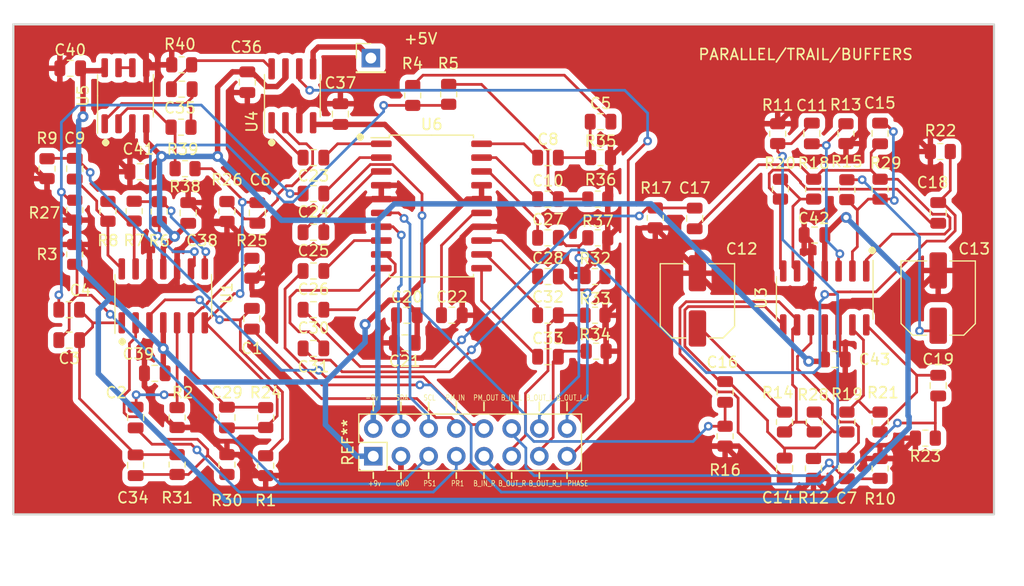
<source format=kicad_pcb>
(kicad_pcb (version 20240108) (generator "pcbnew") (generator_version "8.0")
  (layers (0 "F.Cu" signal) (31 "B.Cu" signal) (34 "B.Paste" user) (35 "F.Paste" user) (36 "B.SilkS" user "B.Silkscreen") (37 "F.SilkS" user "F.Silkscreen") (38 "B.Mask" user) (39 "F.Mask" user) (44 "Edge.Cuts" user))
  (net 0 "")
  (net 1 "Net-(U1A-+)")
  (net 2 "parallel_mixer_in")
  (net 3 "Net-(U1B-+)")
  (net 4 "parallel_return_1")
  (net 5 "Net-(C3-Pad1)")
  (net 6 "parallel_send_1")
  (net 7 "parallel_vol_1_in")
  (net 8 "parallel_vol_2_out")
  (net 9 "Net-(C5-Pad2)")
  (net 10 "Net-(C29-Pad1)")
  (net 11 "parallel_vol_2_in")
  (net 12 "Net-(U3C-+)")
  (net 13 "output_buffer_in_left")
  (net 14 "Net-(U6-OUT1)")
  (net 15 "Net-(C9-Pad1)")
  (net 16 "parallel_mixer_out")
  (net 17 "Net-(U6-OUT2)")
  (net 18 "parallel_vol_1_out")
  (net 19 "Net-(U3A-+)")
  (net 20 "output_buffer_in_right")
  (net 21 "Net-(C12-Pad1)")
  (net 22 "GND")
  (net 23 "Net-(C13-Pad1)")
  (net 24 "Net-(C14-Pad1)")
  (net 25 "Net-(U3C--)")
  (net 26 "Net-(C15-Pad1)")
  (net 27 "Net-(U3A--)")
  (net 28 "buffer_left_vol_in")
  (net 29 "buffer_right_vol_in")
  (net 30 "Net-(C18-Pad1)")
  (net 31 "buffer_right_vol_in_inverted")
  (net 32 "Net-(C19-Pad1)")
  (net 33 "buffer_left_vol_in_inverted")
  (net 34 "+9V")
  (net 35 "Net-(U6-REF)")
  (net 36 "Net-(U6-IN1)")
  (net 37 "Net-(U6-IN2)")
  (net 38 "Net-(U6-IN3)")
  (net 39 "Net-(U6-IN4)")
  (net 40 "Net-(U6-OUT3)")
  (net 41 "output_buffer_out_left")
  (net 42 "Net-(U6-OUT4)")
  (net 43 "output_buffer_out_left_inverted")
  (net 44 "Net-(U1B--)")
  (net 45 "Net-(U6-IN5)")
  (net 46 "Net-(U6-IN6)")
  (net 47 "Net-(U6-OUT5)")
  (net 48 "output_buffer_out_right")
  (net 49 "Net-(U6-OUT6)")
  (net 50 "output_buffer_out_right_inverted")
  (net 51 "Net-(U1A--)")
  (net 52 "Net-(U1C--)")
  (net 53 "Net-(R6-Pad2)")
  (net 54 "Net-(U1D--)")
  (net 55 "Net-(U3B--)")
  (net 56 "Net-(U3D--)")
  (net 57 "-9V")
  (net 58 "SCL")
  (net 59 "SDA")
  (net 60 "Net-(C6-Pad2)")
  (net 61 "Net-(C35-Pad1)")
  (net 62 "Net-(C35-Pad2)")
  (net 63 "Net-(U5A--)")
  (net 64 "+5V")
  (net 65 "parallel_phase")
  (net 66 "Net-(U5B--)")
  (footprint "Capacitor_SMD:C_0805_2012Metric" (layer "F.Cu") (at 62.1495 85.41 180)
    (property "Reference" "C35")
    (property "Value" "10uF")
  )
  (footprint "Resistor_SMD:R_0805_2012Metric" (layer "F.Cu") (at 126.238 120.2455 90)
    (property "Reference" "R10")
    (property "Value" "1M")
  )
  (footprint "Resistor_SMD:R_0805_2012Metric" (layer "F.Cu") (at 120.142 94.5915 -90)
    (property "Reference" "R18")
    (property "Value" "10k")
  )
  (footprint "Capacitor_SMD:C_0805_2012Metric" (layer "F.Cu") (at 95.758 109.982)
    (property "Reference" "C33")
    (property "Value" "10uF")
  )
  (footprint "Capacitor_SMD:C_0805_2012Metric" (layer "F.Cu") (at 51.816 108.458 180)
    (property "Reference" "C3")
    (property "Value" "10uF")
  )
  (footprint "Capacitor_SMD:C_0805_2012Metric" (layer "F.Cu") (at 95.758 106.172)
    (property "Reference" "C32")
    (property "Value" "10uF")
  )
  (footprint "Capacitor_SMD:C_0805_2012Metric" (layer "F.Cu") (at 123.19 120.2455 -90)
    (property "Reference" "C7")
    (property "Value" "220nF")
  )
  (footprint "Resistor_SMD:R_0805_2012Metric" (layer "F.Cu") (at 69.85 119.9915 -90)
    (property "Reference" "R1")
    (property "Value" "1M")
  )
  (footprint "Capacitor_SMD:C_0805_2012Metric" (layer "F.Cu") (at 109.22 97.282 90)
    (property "Reference" "C17")
    (property "Value" "10uF")
  )
  (footprint "Resistor_SMD:R_0805_2012Metric" (layer "F.Cu") (at 86.644 85.8805 90)
    (property "Reference" "R5")
    (property "Value" "10k")
  )
  (footprint "Resistor_SMD:R_0805_2012Metric" (layer "F.Cu") (at 100.1795 109.474 180)
    (property "Reference" "R34")
    (property "Value" "100k")
  )
  (footprint "Capacitor_SMD:C_0805_2012Metric" (layer "F.Cu") (at 51.9095 83.488)
    (property "Reference" "C40")
    (property "Value" "100nf")
  )
  (footprint "Capacitor_SMD:C_0805_2012Metric" (layer "F.Cu") (at 68.166 84.766 90)
    (property "Reference" "C36")
    (property "Value" "100nf")
  )
  (footprint "Package_SO:SO-8_3.9x4.9mm_P1.27mm" (layer "F.Cu") (at 56.9795 86.01 90)
    (property "Reference" "U5")
    (property "Value" "TL072")
  )
  (footprint "Resistor_SMD:R_0805_2012Metric" (layer "F.Cu") (at 61.722 119.888 -90)
    (property "Reference" "R31")
    (property "Value" "10k")
  )
  (footprint "Resistor_SMD:R_0805_2012Metric" (layer "F.Cu") (at 69.85 115.57 90)
    (property "Reference" "R24")
    (property "Value" "10k")
  )
  (footprint "Capacitor_SMD:C_0805_2012Metric" (layer "F.Cu") (at 117.4752 120.2455 -90)
    (property "Reference" "C14")
    (property "Value" "150pf")
  )
  (footprint "Capacitor_SMD:C_0805_2012Metric" (layer "F.Cu") (at 74.234 94.996 180)
    (property "Reference" "C24")
    (property "Value" "10uF")
  )
  (footprint "Resistor_SMD:R_0805_2012Metric" (layer "F.Cu") (at 52.324 96.52 90)
    (property "Reference" "R27")
    (property "Value" "1M")
  )
  (footprint "Capacitor_SMD:C_0805_2012Metric" (layer "F.Cu") (at 52.324 92.71 90)
    (property "Reference" "C9")
    (property "Value" "10uF")
  )
  (footprint "Package_SO:SO-14_3.9x8.65mm_P1.27mm" (layer "F.Cu") (at 121.158 104.583 -90)
    (property "Reference" "U3")
    (property "Value" "TL074")
  )
  (footprint "Resistor_SMD:R_0805_2012Metric" (layer "F.Cu") (at 62.0795 88.9)
    (property "Reference" "R39")
    (property "Value" "10k")
  )
  (footprint "Resistor_SMD:R_0805_2012Metric" (layer "F.Cu") (at 57.78 96.61 -90)
    (property "Reference" "R7")
    (property "Value" "10k")
  )
  (footprint "Resistor_SMD:R_0805_2012Metric" (layer "F.Cu") (at 83.342 85.984 90)
    (property "Reference" "R4")
    (property "Value" "10k")
  )
  (footprint "Capacitor_SMD:C_0805_2012Metric" (layer "F.Cu") (at 82.616 108.712 180)
    (property "Reference" "C21")
    (property "Value" "10uF")
  )
  (footprint "Capacitor_SMD:C_0805_2012Metric" (layer "F.Cu") (at 100.584 88.392)
    (property "Reference" "C5")
    (property "Value" "10uF")
  )
  (footprint "Capacitor_SMD:C_0805_2012Metric" (layer "F.Cu") (at 126.238 89.474 90)
    (property "Reference" "C15")
    (property "Value" "150pf")
  )
  (footprint "Capacitor_SMD:C_0805_2012Metric" (layer "F.Cu") (at 66.294 115.57 90)
    (property "Reference" "C29")
    (property "Value" "150pf")
  )
  (footprint "Capacitor_SMD:C_0805_2012Metric" (layer "F.Cu") (at 68.58 106.492 -90)
    (property "Reference" "C1")
    (property "Value" "220nF")
  )
  (footprint "Capacitor_SMD:C_Elec_6.3x5.4" (layer "F.Cu") (at 131.572 104.596 90)
    (property "Reference" "C13")
    (property "Value" "22uF")
  )
  (footprint "Resistor_SMD:R_0805_2012Metric" (layer "F.Cu") (at 55.372 96.6235 -90)
    (property "Reference" "R8")
    (property "Value" "10k")
  )
  (footprint "Resistor_SMD:R_0805_2012Metric" (layer "F.Cu") (at 100.33 99.06 180)
    (property "Reference" "R37")
    (property "Value" "100k")
  )
  (footprint "Capacitor_SMD:C_0805_2012Metric" (layer "F.Cu") (at 58.34 92.99)
    (property "Reference" "C41")
    (property "Value" "100nf")
  )
  (footprint "Capacitor_SMD:C_0805_2012Metric" (layer "F.Cu") (at 57.912 119.954 -90)
    (property "Reference" "C34")
    (property "Value" "150pf")
  )
  (footprint "Capacitor_SMD:C_0805_2012Metric" (layer "F.Cu") (at 122.09 110.236 180)
    (property "Reference" "C43")
    (property "Value" "100nf")
  )
  (footprint "Capacitor_SMD:C_Elec_6.3x5.4" (layer "F.Cu") (at 109.474 104.85 90)
    (property "Reference" "C12")
    (property "Value" "22uF")
  )
  (footprint "Resistor_SMD:R_0805_2012Metric" (layer "F.Cu") (at 100.076 106.172 180)
    (property "Reference" "R33")
    (property "Value" "100k")
  )
  (footprint "Package_SO:SOP-20_7.5x12.8mm_P1.27mm" (layer "F.Cu") (at 85.062 96.139)
    (property "Reference" "U6")
    (property "Value" "PT2258")
  )
  (footprint "Resistor_SMD:R_0805_2012Metric" (layer "F.Cu") (at 123.1053 89.494 -90)
    (property "Reference" "R13")
    (property "Value" "1M")
  )
  (footprint "Resistor_SMD:R_0805_2012Metric" (layer "F.Cu") (at 60.08 96.65 90)
    (property "Reference" "R6")
    (property "Value" "10k")
  )
  (footprint "Resistor_SMD:R_0805_2012Metric" (layer "F.Cu") (at 66.294 96.64 90)
    (property "Reference" "R26")
    (property "Value" "1M")
  )
  (footprint "Resistor_SMD:R_0805_2012Metric" (layer "F.Cu") (at 116.84 89.494 90)
    (property "Reference" "R11")
    (property "Value" "1M")
  )
  (footprint "Connector_PinHeader_2.54mm:PinHeader_2x08_P2.54mm_Vertical" (layer "F.Cu") (at 79.7248 119.1212 90)
    (property "Reference" "REF**")
    (property "Value" "PinHeader_2x08_P2.54mm_Vertical")
  )
  (footprint "Resistor_SMD:R_0805_2012Metric" (layer "F.Cu") (at 117.4664 115.979 90)
    (property "Reference" "R14")
    (property "Value" "4.7k")
  )
  (footprint "Resistor_SMD:R_0805_2012Metric" (layer "F.Cu") (at 120.2016 115.979 -90)
    (property "Reference" "R28")
    (property "Value" "10k")
  )
  (footprint "Capacitor_SMD:C_0805_2012Metric" (layer "F.Cu") (at 51.816 105.664 180)
    (property "Reference" "C4")
    (property "Value" "10uF")
  )
  (footprint "Resistor_SMD:R_0805_2012Metric" (layer "F.Cu") (at 123.19 94.6385 90)
    (property "Reference" "R15")
    (property "Value" "4.7k")
  )
  (footprint "Capacitor_SMD:C_0805_2012Metric" (layer "F.Cu") (at 95.758 99.06)
    (property "Reference" "C27")
    (property "Value" "10uF")
  )
  (footprint "Package_SO:SOIC-8_3.9x4.9mm_P1.27mm" (layer "F.Cu") (at 72.298 86.016 90)
    (property "Reference" "U4")
    (property "Value" "DG419LDY")
  )
  (footprint "Capacitor_SMD:C_0805_2012Metric" (layer "F.Cu") (at 82.804 106.172)
    (property "Reference" "C20")
    (property "Value" "100nf")
  )
  (footprint "Capacitor_SMD:C_0805_2012Metric" (layer "F.Cu") (at 131.572 112.6355 -90)
    (property "Reference" "C19")
    (property "Value" "10uF")
  )
  (footprint "Capacitor_SMD:C_0805_2012Metric" (layer "F.Cu") (at 74.234 91.694 180)
    (property "Reference" "C23")
    (property "Value" "10uF")
  )
  (footprint "Capacitor_SMD:C_0805_2012Metric" (layer "F.Cu") (at 76.708 87.696 -90)
    (property "Reference" "C37")
    (property "Value" "100nf")
  )
  (footprint "Capacitor_SMD:C_0805_2012Metric" (layer "F.Cu") (at 62.738 96.774 -90)
    (property "Reference" "C38")
    (property "Value" "100nf")
  )
  (footprint "Capacitor_SMD:C_0805_2012Metric" (layer "F.Cu") (at 57.912 115.57 -90)
    (property "Reference" "C2")
    (property "Value" "220nF")
  )
  (footprint "Resistor_SMD:R_0805_2012Metric" (layer "F.Cu") (at 123.19 115.979 90)
    (property "Reference" "R19")
    (property "Value" "10k")
  )
  (footprint "Package_SO:SO-14_3.9x8.65mm_P1.27mm" (layer "F.Cu") (at 60.452 104.394 90)
    (property "Reference" "U1")
    (property "Value" "TL074")
  )
  (footprint "Resistor_SMD:R_0805_2012Metric" (layer "F.Cu") (at 66.294 119.888 90)
    (property "Reference" "R30")
    (property "Value" "4.7k")
  )
  (footprint "Resistor_SMD:R_0805_2012Metric" (layer "F.Cu") (at 126.238 94.5915 -90)
    (property "Reference" "R29")
    (property "Value" "10k")
  )
  (footprint "Resistor_SMD:R_0805_2012Metric" (layer "F.Cu") (at 61.722 115.57 -90)
    (property "Reference" "R2")
    (property "Value" "1M")
  )
  (footprint "Capacitor_SMD:C_0805_2012Metric" (layer "F.Cu") (at 95.758 95.504)
    (property "Reference" "C10")
    (property "Value" "10uF")
  )
  (footprint "Resistor_SMD:R_0805_2012Metric" (layer "F.Cu") (at 105.606 97.23 -90)
    (property "Reference" "R17")
    (property "Value" "1M")
  )
  (footprint "Resistor_SMD:R_0805_2012Metric" (layer "F.Cu") (at 68.58 101.854 -90)
    (property "Reference" "R25")
    (property "Value" "4.7k")
  )
  (footprint "Resistor_SMD:R_0805_2012Metric" (layer "F.Cu") (at 112.014 117.282 -90)
    (property "Reference" "R16")
    (property "Value" "1M")
  )
  (footprint "Resistor_SMD:R_0805_2012Metric" (layer "F.Cu") (at 120.1228 120.2455 -90)
    (property "Reference" "R12")
    (property "Value" "1M")
  )
  (footprint "Resistor_SMD:R_0805_2012Metric" (layer "F.Cu") (at 126.238 115.979 -90)
    (property "Reference" "R21")
    (property "Value" "10k")
  )
  (footprint "Capacitor_SMD:C_0805_2012Metric" (layer "F.Cu") (at 69.088 96.774 -90)
    (property "Reference" "C6")
    (property "Value" "10uF")
  )
  (footprint "Resistor_SMD:R_0805_2012Metric" (layer "F.Cu") (at 117.094 94.5915 -90)
    (property "Reference" "R20")
    (property "Value" "10k")
  )
  (footprint "Capacitor_SMD:C_0805_2012Metric" (layer "F.Cu") (at 74.234 105.664 180)
    (property "Reference" "C30")
    (property "Value" "10uF")
  )
  (footprint "Capacitor_SMD:C_0805_2012Metric" (layer "F.Cu") (at 112.014 113.218 -90)
    (property "Reference" "C16")
    (property "Value" "10uF")
  )
  (footprint "Capacitor_SMD:C_0805_2012Metric" (layer "F.Cu") (at 120.22 98.806)
    (property "Reference" "C42")
    (property "Value" "100nf")
  )
  (footprint "Resistor_SMD:R_0805_2012Metric" (layer "F.Cu") (at 62.45 92.71 180)
    (property "Reference" "R38")
    (property "Value" "10k")
  )
  (footprint "Capacitor_SMD:C_0805_2012Metric" (layer "F.Cu") (at 95.758 91.694)
    (property "Reference" "C8")
    (property "Value" "10uF")
  )
  (footprint "Resistor_SMD:R_0805_2012Metric" (layer "F.Cu") (at 100.076 102.616)
    (property "Reference" "R32")
    (property "Value" "100k")
  )
  (footprint "Resistor_SMD:R_0805_2012Metric" (layer "F.Cu") (at 62.1395 83.17 180)
    (property "Reference" "R40")
    (property "Value" "1M")
  )
  (footprint "Resistor_SMD:R_0805_2012Metric" (layer "F.Cu") (at 100.584 91.694 180)
    (property "Reference" "R35")
    (property "Value" "100k")
  )
  (footprint "Capacitor_SMD:C_0805_2012Metric" (layer "F.Cu") (at 95.758 102.616)
    (property "Reference" "C28")
    (property "Value" "10uF")
  )
  (footprint "Capacitor_SMD:C_0805_2012Metric" (layer "F.Cu") (at 119.9727 89.474 90)
    (property "Reference" "C11")
    (property "Value" "220nF")
  )
  (footprint "Capacitor_SMD:C_0805_2012Metric" (layer "F.Cu") (at 86.934 106.172)
    (property "Reference" "C22")
    (property "Value" "10uF")
  )
  (footprint "Connector_PinHeader_2.54mm:PinHeader_1x01_P2.54mm_Vertical" (layer "F.Cu") (at 79.502 82.55)
    (property "Reference" "+5V")
    (property "Value" "PinHeader_1x01_P2.54mm_Vertical")
  )
  (footprint "Capacitor_SMD:C_0805_2012Metric" (layer "F.Cu") (at 59.674 111.506)
    (property "Reference" "C39")
    (property "Value" "100nf")
  )
  (footprint "Capacitor_SMD:C_0805_2012Metric" (layer "F.Cu") (at 74.234 102.108 180)
    (property "Reference" "C26")
    (property "Value" "10uF")
  )
  (footprint "Capacitor_SMD:C_0805_2012Metric" (layer "F.Cu") (at 74.234 109.22 180)
    (property "Reference" "C31")
    (property "Value" "10uF")
  )
  (footprint "Capacitor_SMD:C_0805_2012Metric" (layer "F.Cu") (at 74.234 98.552 180)
    (property "Reference" "C25")
    (property "Value" "10uF")
  )
  (footprint "Resistor_SMD:R_0805_2012Metric" (layer "F.Cu") (at 131.768 91.134 180)
    (property "Reference" "R22")
    (property "Value" "1M")
  )
  (footprint "Resistor_SMD:R_0805_2012Metric" (layer "F.Cu") (at 52.324 100.584 90)
    (property "Reference" "R3")
    (property "Value" "1M")
  )
  (footprint "Resistor_SMD:R_0805_2012Metric" (layer "F.Cu") (at 130.3945 117.4615 180)
    (property "Reference" "R23")
    (property "Value" "1M")
  )
  (footprint "Resistor_SMD:R_0805_2012Metric" (layer "F.Cu") (at 100.33 95.504 180)
    (property "Reference" "R36")
    (property "Value" "100k")
  )
  (footprint "Resistor_SMD:R_0805_2012Metric" (layer "F.Cu") (at 49.784 92.71 90)
    (property "Reference" "R9")
    (property "Value" "1M")
  )
  (footprint "Capacitor_SMD:C_0805_2012Metric" (layer "F.Cu") (at 131.572 96.774 90)
    (property "Reference" "C18")
    (property "Value" "10uF")
  )
  (gr_line (start 79.7248 121.1532) (end 79.7248 120.6452) (stroke (width 0.15)) (layer "F.SilkS"))
  (gr_line (start 87.3448 114.9302) (end 87.3448 114.1682) (stroke (width 0.15)) (layer "F.SilkS"))
  (gr_line (start 94.9648 121.1532) (end 94.9648 120.6452) (stroke (width 0.15)) (layer "F.SilkS"))
  (gr_line (start 82.2648 121.1532) (end 82.2648 120.6452) (stroke (width 0.15)) (layer "F.SilkS"))
  (gr_line (start 82.2648 114.9302) (end 82.2648 114.1682) (stroke (width 0.15)) (layer "F.SilkS"))
  (gr_line (start 92.4248 121.1532) (end 92.4248 120.6452) (stroke (width 0.15)) (layer "F.SilkS"))
  (gr_line (start 97.5048 121.1532) (end 97.5048 120.6452) (stroke (width 0.15)) (layer "F.SilkS"))
  (gr_line (start 94.9648 114.9302) (end 94.9648 114.1682) (stroke (width 0.15)) (layer "F.SilkS"))
  (gr_line (start 87.3448 121.1532) (end 87.3448 120.6452) (stroke (width 0.15)) (layer "F.SilkS"))
  (gr_line (start 92.4248 114.9302) (end 92.4248 114.1682) (stroke (width 0.15)) (layer "F.SilkS"))
  (gr_line (start 89.8848 121.1532) (end 89.8848 120.6452) (stroke (width 0.15)) (layer "F.SilkS"))
  (gr_line (start 79.7248 114.9302) (end 79.7248 114.1682) (stroke (width 0.15)) (layer "F.SilkS"))
  (gr_line (start 84.8048 121.1532) (end 84.8048 120.6452) (stroke (width 0.15)) (layer "F.SilkS"))
  (gr_line (start 97.5048 114.9302) (end 97.5048 114.1682) (stroke (width 0.15)) (layer "F.SilkS"))
  (gr_line (start 84.8048 114.9302) (end 84.8048 114.1682) (stroke (width 0.15)) (layer "F.SilkS"))
  (gr_line (start 89.8848 114.9302) (end 89.8848 114.1682) (stroke (width 0.15)) (layer "F.SilkS"))
  (gr_rect (start 46.694 79.46) (end 136.694 124.46) (stroke (width 0.2)) (fill none) (layer "Edge.Cuts"))
  (gr_text "." (at 54.356 90.678 0) (layer "F.SilkS") (effects (font (size 2 2) (thickness 0.5) (bold yes)) (justify left bottom)))
  (gr_text "B_IN_L" (at 91.4088 114.0412 0) (layer "F.SilkS") (effects (font (size 0.5 0.4) (thickness 0.06)) (justify left bottom)))
  (gr_text "B_OUT_L_I" (at 96.4888 114.0412 0) (layer "F.SilkS") (effects (font (size 0.5 0.4) (thickness 0.06)) (justify left bottom)))
  (gr_text "-9v" (at 78.9628 114.0412 0) (layer "F.SilkS") (effects (font (size 0.5 0.4) (thickness 0.06)) (justify left bottom)))
  (gr_text "." (at 55.88 108.966 0) (layer "F.SilkS") (effects (font (size 2 2) (thickness 0.5) (bold yes)) (justify left bottom)))
  (gr_text "SDA" (at 81.7568 114.0412 0) (layer "F.SilkS") (effects (font (size 0.5 0.4) (thickness 0.06)) (justify left bottom)))
  (gr_text "PM_OUT" (at 88.8688 114.0412 0) (layer "F.SilkS") (effects (font (size 0.5 0.4) (thickness 0.06)) (justify left bottom)))
  (gr_text "+9v" (at 79.2168 121.9152 0) (layer "F.SilkS") (effects (font (size 0.5 0.4) (thickness 0.06)) (justify left bottom)))
  (gr_text "." (at 69.596 90.678 0) (layer "F.SilkS") (effects (font (size 2 2) (thickness 0.5) (bold yes)) (justify left bottom)))
  (gr_text "GND" (at 81.7568 121.9152 0) (layer "F.SilkS") (effects (font (size 0.5 0.4) (thickness 0.06)) (justify left bottom)))
  (gr_text "." (at 77.724 90.17 0) (layer "F.SilkS") (effects (font (size 2 2) (thickness 0.5) (bold yes)) (justify left bottom)))
  (gr_text "PR1" (at 86.8368 121.9152 0) (layer "F.SilkS") (effects (font (size 0.5 0.4) (thickness 0.06)) (justify left bottom)))
  (gr_text "." (at 124.714 100.584 0) (layer "F.SilkS") (effects (font (size 2 2) (thickness 0.5) (bold yes)) (justify left bottom)))
  (gr_text "B_OUT_R_I" (at 93.9488 121.9152 0) (layer "F.SilkS") (effects (font (size 0.5 0.4) (thickness 0.06)) (justify left bottom)))
  (gr_text "PARALLEL/TRAIL/BUFFERS" (at 109.474 82.804 0) (layer "F.SilkS") (effects (font (size 1 1)) (justify left bottom)))
  (gr_text "PHASE" (at 97.5048 121.9152 0) (layer "F.SilkS") (effects (font (size 0.5 0.4) (thickness 0.06)) (justify left bottom)))
  (gr_text "B_OUT_L" (at 93.6948 114.0412 0) (layer "F.SilkS") (effects (font (size 0.5 0.4) (thickness 0.06)) (justify left bottom)))
  (gr_text "PM_IN" (at 86.3288 114.0412 0) (layer "F.SilkS") (effects (font (size 0.5 0.4) (thickness 0.06)) (justify left bottom)))
  (gr_text "B_OUT_R" (at 91.1548 121.9152 0) (layer "F.SilkS") (effects (font (size 0.5 0.4) (thickness 0.06)) (justify left bottom)))
  (gr_text "PS1" (at 84.2968 121.9152 0) (layer "F.SilkS") (effects (font (size 0.5 0.4) (thickness 0.06)) (justify left bottom)))
  (gr_text "B_IN_R" (at 88.8688 121.9152 0) (layer "F.SilkS") (effects (font (size 0.5 0.4) (thickness 0.06)) (justify left bottom)))
  (gr_text "SCL" (at 84.2968 114.0412 0) (layer "F.SilkS") (effects (font (size 0.5 0.4) (thickness 0.06)) (justify left bottom)))
  (segment (start 69.85 119.079) (end 71.3879 117.5411) (width 0.25) (layer "F.Cu") (net 1))
  (segment (start 59.182 106.869) (end 59.182 106.1879) (width 0.25) (layer "F.Cu") (net 1))
  (segment (start 67.5249 106.5971) (end 67.516 106.5882) (width 0.25) (layer "F.Cu") (net 1))
  (segment (start 60.6101 104.7598) (end 63.7863 104.7598) (width 0.25) (layer "F.Cu") (net 1))
  (segment (start 71.3879 113.2274) (end 67.5249 109.3644) (width 0.25) (layer "F.Cu") (net 1))
  (segment (start 67.5249 106.5971) (end 68.58 105.542) (width 0.25) (layer "F.Cu") (net 1))
  (segment (start 67.516 106.5882) (end 65.6147 106.5882) (width 0.25) (layer "F.Cu") (net 1))
  (segment (start 71.3879 117.5411) (end 71.3879 113.2274) (width 0.25) (layer "F.Cu") (net 1))
  (segment (start 59.182 106.1879) (end 60.6101 104.7598) (width 0.25) (layer "F.Cu") (net 1))
  (segment (start 67.5249 109.3644) (end 67.5249 106.5971) (width 0.25) (layer "F.Cu") (net 1))
  (via (at 65.6147 106.5882) (size 0.8) (drill 0.4) (layers "F.Cu" "B.Cu") (net 1))
  (via (at 63.7863 104.7598) (size 0.8) (drill 0.4) (layers "F.Cu" "B.Cu") (net 1))
  (segment (start 65.6147 106.5882) (end 63.7863 104.7598) (width 0.25) (layer "B.Cu") (net 1))
  (segment (start 87.3448 116.5812) (end 87.3448 116.0468) (width 0.25) (layer "F.Cu") (net 2))
  (segment (start 86.868 115.57) (end 85.4655 115.57) (width 0.25) (layer "F.Cu") (net 2))
  (segment (start 87.3448 116.0468) (end 86.868 115.57) (width 0.25) (layer "F.Cu") (net 2))
  (segment (start 85.4655 115.57) (end 83.7252 113.8297) (width 0.25) (layer "F.Cu") (net 2))
  (segment (start 83.7252 113.8297) (end 74.9677 113.8297) (width 0.25) (layer "F.Cu") (net 2))
  (segment (start 74.9677 113.8297) (end 68.58 107.442) (width 0.25) (layer "F.Cu") (net 2))
  (segment (start 57.912 114.62) (end 57.9613 114.5707) (width 0.25) (layer "F.Cu") (net 3))
  (segment (start 57.9613 114.5707) (end 57.9613 113.4782) (width 0.25) (layer "F.Cu") (net 3))
  (segment (start 61.722 114.6575) (end 61.722 113.4782) (width 0.25) (layer "F.Cu") (net 3))
  (segment (start 61.722 113.4782) (end 60.529 113.4782) (width 0.25) (layer "F.Cu") (net 3))
  (segment (start 61.722 113.4782) (end 61.722 106.869) (width 0.25) (layer "F.Cu") (net 3))
  (via (at 57.9613 113.4782) (size 0.8) (drill 0.4) (layers "F.Cu" "B.Cu") (net 3))
  (via (at 60.529 113.4782) (size 0.8) (drill 0.4) (layers "F.Cu" "B.Cu") (net 3))
  (segment (start 57.9613 113.4782) (end 60.529 113.4782) (width 0.25) (layer "B.Cu") (net 3))
  (segment (start 59.4113 118.0193) (end 63.0186 118.0193) (width 0.25) (layer "F.Cu") (net 4))
  (segment (start 57.912 116.52) (end 59.4113 118.0193) (width 0.25) (layer "F.Cu") (net 4))
  (segment (start 63.0186 118.0193) (end 63.5416 118.5423) (width 0.25) (layer "F.Cu") (net 4))
  (via (at 63.5416 118.5423) (size 0.8) (drill 0.4) (layers "F.Cu" "B.Cu") (net 4))
  (segment (start 85.2279 122.415) (end 67.4143 122.415) (width 0.25) (layer "B.Cu") (net 4))
  (segment (start 67.4143 122.415) (end 63.5416 118.5423) (width 0.25) (layer "B.Cu") (net 4))
  (segment (start 87.3448 119.1212) (end 87.3448 120.2981) (width 0.25) (layer "B.Cu") (net 4))
  (segment (start 87.3448 120.2981) (end 85.2279 122.415) (width 0.25) (layer "B.Cu") (net 4))
  (segment (start 52.766 113.8295) (end 52.766 108.458) (width 0.25) (layer "F.Cu") (net 5))
  (segment (start 57.912 118.9755) (end 61.722 118.9755) (width 0.25) (layer "F.Cu") (net 5))
  (segment (start 57.912 118.9755) (end 52.766 113.8295) (width 0.25) (layer "F.Cu") (net 5))
  (segment (start 53.971 107.253) (end 52.766 108.458) (width 0.25) (layer "F.Cu") (net 5))
  (segment (start 53.971 106.869) (end 53.971 107.253) (width 0.25) (layer "F.Cu") (net 5))
  (segment (start 53.971 106.869) (end 56.642 106.869) (width 0.25) (layer "F.Cu") (net 5))
  (segment (start 57.912 119.004) (end 57.912 118.9755) (width 0.25) (layer "F.Cu") (net 5))
  (segment (start 52.766 105.664) (end 53.971 106.869) (width 0.25) (layer "F.Cu") (net 5))
  (segment (start 52.5346 101.7071) (end 52.324 101.4965) (width 0.25) (layer "F.Cu") (net 6))
  (segment (start 52.5346 104.3397) (end 52.5346 101.7071) (width 0.25) (layer "F.Cu") (net 6))
  (segment (start 51.816 105.0583) (end 51.816 107.508) (width 0.25) (layer "F.Cu") (net 6))
  (segment (start 55.5835 106.0848) (end 53.8384 104.3397) (width 0.25) (layer "F.Cu") (net 6))
  (segment (start 52.5346 104.3397) (end 51.816 105.0583) (width 0.25) (layer "F.Cu") (net 6))
  (segment (start 51.816 107.508) (end 50.866 108.458) (width 0.25) (layer "F.Cu") (net 6))
  (segment (start 53.8384 104.3397) (end 52.5346 104.3397) (width 0.25) (layer "F.Cu") (net 6))
  (via (at 55.5835 106.0848) (size 0.8) (drill 0.4) (layers "F.Cu" "B.Cu") (net 6))
  (segment (start 71.1647 121.666) (end 55.5835 106.0848) (width 0.25) (layer "B.Cu") (net 6))
  (segment (start 82.26 121.666) (end 71.1647 121.666) (width 0.25) (layer "B.Cu") (net 6))
  (segment (start 84.8048 119.1212) (end 82.26 121.666) (width 0.25) (layer "B.Cu") (net 6))
  (segment (start 72.084 95.0084) (end 73.2716 95.0084) (width 0.25) (layer "F.Cu") (net 7))
  (segment (start 52.324 95.6075) (end 51.851 95.6075) (width 0.25) (layer "F.Cu") (net 7))
  (segment (start 50.866 104.3034) (end 50.866 105.664) (width 0.25) (layer "F.Cu") (net 7))
  (segment (start 51.851 95.6075) (end 51.0972 94.8537) (width 0.25) (layer "F.Cu") (net 7))
  (segment (start 73.2716 95.0084) (end 73.284 94.996) (width 0.25) (layer "F.Cu") (net 7))
  (via (at 72.084 95.0084) (size 0.8) (drill 0.4) (layers "F.Cu" "B.Cu") (net 7))
  (via (at 51.0972 94.8537) (size 0.8) (drill 0.4) (layers "F.Cu" "B.Cu") (net 7))
  (via (at 50.866 104.3034) (size 0.8) (drill 0.4) (layers "F.Cu" "B.Cu") (net 7))
  (segment (start 63.9436 86.868) (end 72.084 95.0084) (width 0.25) (layer "B.Cu") (net 7))
  (segment (start 51.0972 88.4485) (end 52.6777 86.868) (width 0.25) (layer "B.Cu") (net 7))
  (segment (start 52.6777 86.868) (end 63.9436 86.868) (width 0.25) (layer "B.Cu") (net 7))
  (segment (start 51.0972 104.0722) (end 51.0972 94.8537) (width 0.25) (layer "B.Cu") (net 7))
  (segment (start 51.0972 94.8537) (end 51.0972 88.4485) (width 0.25) (layer "B.Cu") (net 7))
  (segment (start 50.866 104.3034) (end 51.0972 104.0722) (width 0.25) (layer "B.Cu") (net 7))
  (segment (start 99.634 91.694) (end 99.634 88.392) (width 0.25) (layer "F.Cu") (net 8))
  (segment (start 99.6715 91.694) (end 99.634 91.694) (width 0.25) (layer "F.Cu") (net 8))
  (segment (start 99.634 91.694) (end 96.708 91.694) (width 0.25) (layer "F.Cu") (net 8))
  (segment (start 97.2653 84.1233) (end 101.534 88.392) (width 0.25) (layer "F.Cu") (net 9))
  (segment (start 84.2902 84.1233) (end 97.2653 84.1233) (width 0.25) (layer "F.Cu") (net 9))
  (segment (start 83.342 85.0715) (end 84.2902 84.1233) (width 0.25) (layer "F.Cu") (net 9))
  (segment (start 69.85 116.4825) (end 70.907 115.4255) (width 0.25) (layer "F.Cu") (net 10))
  (segment (start 69.0556 95.7916) (end 69.088 95.824) (width 0.25) (layer "F.Cu") (net 10))
  (segment (start 64.3154 106.869) (end 64.262 106.869) (width 0.25) (layer "F.Cu") (net 10))
  (segment (start 64.8748 92.71) (end 63.3625 92.71) (width 0.25) (layer "F.Cu") (net 10))
  (segment (start 69.8125 116.52) (end 69.85 116.4825) (width 0.25) (layer "F.Cu") (net 10))
  (segment (start 70.907 115.4255) (end 70.907 113.4606) (width 0.25) (layer "F.Cu") (net 10))
  (segment (start 66.294 116.52) (end 69.8125 116.52) (width 0.25) (layer "F.Cu") (net 10))
  (segment (start 64.3154 106.869) (end 64.3154 106.8317) (width 0.25) (layer "F.Cu") (net 10))
  (segment (start 64.3154 106.8317) (end 66.9597 104.1874) (width 0.25) (layer "F.Cu") (net 10))
  (segment (start 67.7027 95.7916) (end 69.0556 95.7916) (width 0.25) (layer "F.Cu") (net 10))
  (segment (start 70.907 113.4606) (end 64.3154 106.869) (width 0.25) (layer "F.Cu") (net 10))
  (segment (start 67.7027 95.5379) (end 64.8748 92.71) (width 0.25) (layer "F.Cu") (net 10))
  (segment (start 66.9597 104.1874) (end 67.5005 104.1874) (width 0.25) (layer "F.Cu") (net 10))
  (segment (start 67.7027 95.7916) (end 67.7027 95.5379) (width 0.25) (layer "F.Cu") (net 10))
  (via (at 67.7027 95.7916) (size 0.8) (drill 0.4) (layers "F.Cu" "B.Cu") (net 10))
  (via (at 67.5005 104.1874) (size 0.8) (drill 0.4) (layers "F.Cu" "B.Cu") (net 10))
  (segment (start 67.7027 103.9852) (end 67.5005 104.1874) (width 0.25) (layer "B.Cu") (net 10))
  (segment (start 67.7027 95.7916) (end 67.7027 103.9852) (width 0.25) (layer "B.Cu") (net 10))
  (segment (start 70.393 88.491) (end 70.393 88.8912) (width 0.25) (layer "F.Cu") (net 11))
  (segment (start 70.393 88.8912) (end 73.1958 91.694) (width 0.25) (layer "F.Cu") (net 11))
  (segment (start 73.1958 91.694) (end 73.284 91.694) (width 0.25) (layer "F.Cu") (net 11))
  (segment (start 123.19 118.9515) (end 123.19 119.2955) (width 0.25) (layer "F.Cu") (net 12))
  (segment (start 123.8193 115.979) (end 122.5703 115.979) (width 0.25) (layer "F.Cu") (net 12))
  (segment (start 121.8551 114.3015) (end 118.6586 111.105) (width 0.25) (layer "F.Cu") (net 12))
  (segment (start 124.2576 117.8839) (end 124.2576 116.4173) (width 0.25) (layer "F.Cu") (net 12))
  (segment (start 123.19 118.9515) (end 120.5043 118.9515) (width 0.25) (layer "F.Cu") (net 12))
  (segment (start 123.19 118.9515) (end 124.2576 117.8839) (width 0.25) (layer "F.Cu") (net 12))
  (segment (start 121.8551 115.2638) (end 121.8551 114.3015) (width 0.25) (layer "F.Cu") (net 12))
  (segment (start 120.5043 118.9515) (end 120.1228 119.333) (width 0.25) (layer "F.Cu") (net 12))
  (segment (start 118.6586 111.105) (end 118.6586 109.9554) (width 0.25) (layer "F.Cu") (net 12))
  (segment (start 122.5703 115.979) (end 121.8551 115.2638) (width 0.25) (layer "F.Cu") (net 12))
  (segment (start 119.888 108.726) (end 119.888 107.058) (width 0.25) (layer "F.Cu") (net 12))
  (segment (start 118.6586 109.9554) (end 119.888 108.726) (width 0.25) (layer "F.Cu") (net 12))
  (segment (start 124.2576 116.4173) (end 123.8193 115.979) (width 0.25) (layer "F.Cu") (net 12))
  (segment (start 123.0351 121.1955) (end 123.19 121.1955) (width 0.25) (layer "F.Cu") (net 13))
  (segment (start 126.2005 121.1955) (end 126.238 121.158) (width 0.25) (layer "F.Cu") (net 13))
  (segment (start 121.5714 119.7318) (end 123.0351 121.1955) (width 0.25) (layer "F.Cu") (net 13))
  (segment (start 123.19 121.1955) (end 126.2005 121.1955) (width 0.25) (layer "F.Cu") (net 13))
  (via (at 121.5714 119.7318) (size 0.8) (drill 0.4) (layers "F.Cu" "B.Cu") (net 13))
  (segment (start 93.726 118.364) (end 93.726 120.142) (width 0.25) (layer "B.Cu") (net 13))
  (segment (start 93.726 120.142) (end 94.488 120.904) (width 0.25) (layer "B.Cu") (net 13))
  (segment (start 120.3992 120.904) (end 121.5714 119.7318) (width 0.25) (layer "B.Cu") (net 13))
  (segment (start 92.4248 116.5812) (end 92.4248 117.0628) (width 0.25) (layer "B.Cu") (net 13))
  (segment (start 92.4248 117.0628) (end 93.726 118.364) (width 0.25) (layer "B.Cu") (net 13))
  (segment (start 94.742 120.904) (end 120.3992 120.904) (width 0.25) (layer "B.Cu") (net 13))
  (segment (start 94.488 120.904) (end 94.742 120.904) (width 0.25) (layer "B.Cu") (net 13))
  (segment (start 89.662 90.424) (end 93.538 90.424) (width 0.25) (layer "F.Cu") (net 14))
  (segment (start 93.538 90.424) (end 94.808 91.694) (width 0.25) (layer "F.Cu") (net 14))
  (segment (start 56.642 101.919) (end 55.372 100.649) (width 0.25) (layer "F.Cu") (net 15))
  (segment (start 55.372 97.536) (end 54.3441 96.5081) (width 0.25) (layer "F.Cu") (net 15))
  (segment (start 54.3441 95.6801) (end 52.324 93.66) (width 0.25) (layer "F.Cu") (net 15))
  (segment (start 54.3441 96.5081) (end 54.3441 95.6801) (width 0.25) (layer "F.Cu") (net 15))
  (segment (start 55.372 100.649) (end 55.372 97.536) (width 0.25) (layer "F.Cu") (net 15))
  (segment (start 49.8215 91.76) (end 49.784 91.7975) (width 0.25) (layer "F.Cu") (net 16))
  (segment (start 89.5179 116.2143) (end 88.7079 116.2143) (width 0.25) (layer "F.Cu") (net 16))
  (segment (start 53.7438 93.0545) (end 52.4493 91.76) (width 0.25) (layer "F.Cu") (net 16))
  (segment (start 88.7079 116.2143) (end 84.3274 111.8338) (width 0.25) (layer "F.Cu") (net 16))
  (segment (start 52.4493 91.76) (end 52.324 91.76) (width 0.25) (layer "F.Cu") (net 16))
  (segment (start 89.8848 116.5812) (end 89.5179 116.2143) (width 0.25) (layer "F.Cu") (net 16))
  (segment (start 52.324 91.76) (end 49.8215 91.76) (width 0.25) (layer "F.Cu") (net 16))
  (segment (start 84.3274 111.8338) (end 75.319 111.8338) (width 0.25) (layer "F.Cu") (net 16))
  (segment (start 75.319 111.8338) (end 74.7138 111.2286) (width 0.25) (layer "F.Cu") (net 16))
  (via (at 74.7138 111.2286) (size 0.8) (drill 0.4) (layers "F.Cu" "B.Cu") (net 16))
  (via (at 53.7438 93.0545) (size 0.8) (drill 0.4) (layers "F.Cu" "B.Cu") (net 16))
  (segment (start 53.7438 93.8038) (end 60.5386 100.5986) (width 0.25) (layer "B.Cu") (net 16))
  (segment (start 60.6535 100.5986) (end 71.2835 111.2286) (width 0.25) (layer "B.Cu") (net 16))
  (segment (start 71.2835 111.2286) (end 74.7138 111.2286) (width 0.25) (layer "B.Cu") (net 16))
  (segment (start 60.5386 100.5986) (end 60.6535 100.5986) (width 0.25) (layer "B.Cu") (net 16))
  (segment (start 53.7438 93.0545) (end 53.7438 93.8038) (width 0.25) (layer "B.Cu") (net 16))
  (segment (start 90.998 91.694) (end 94.808 95.504) (width 0.25) (layer "F.Cu") (net 17))
  (segment (start 89.662 91.694) (end 90.998 91.694) (width 0.25) (layer "F.Cu") (net 17))
  (segment (start 95.758 91.0665) (end 95.758 94.554) (width 0.25) (layer "F.Cu") (net 18))
  (segment (start 86.644 84.968) (end 89.6595 84.968) (width 0.25) (layer "F.Cu") (net 18))
  (segment (start 95.758 94.554) (end 96.708 95.504) (width 0.25) (layer "F.Cu") (net 18))
  (segment (start 99.4175 95.504) (end 96.708 95.504) (width 0.25) (layer "F.Cu") (net 18))
  (segment (start 89.6595 84.968) (end 95.758 91.0665) (width 0.25) (layer "F.Cu") (net 18))
  (segment (start 119.9727 90.424) (end 120.12 90.5713) (width 0.25) (layer "F.Cu") (net 19))
  (segment (start 120.12 90.5713) (end 121.3072 90.5713) (width 0.25) (layer "F.Cu") (net 19))
  (segment (start 121.3072 90.3796) (end 123.1053 88.5815) (width 0.25) (layer "F.Cu") (net 19))
  (segment (start 121.3072 90.5713) (end 121.3072 90.3796) (width 0.25) (layer "F.Cu") (net 19))
  (segment (start 122.428 100.646) (end 122.5442 100.5298) (width 0.25) (layer "F.Cu") (net 19))
  (segment (start 122.428 102.108) (end 122.428 100.646) (width 0.25) (layer "F.Cu") (net 19))
  (via (at 121.3072 90.5713) (size 0.8) (drill 0.4) (layers "F.Cu" "B.Cu") (net 19))
  (via (at 122.5442 100.5298) (size 0.8) (drill 0.4) (layers "F.Cu" "B.Cu") (net 19))
  (segment (start 121.3072 99.2928) (end 121.3072 90.5713) (width 0.25) (layer "B.Cu") (net 19))
  (segment (start 122.5442 100.5298) (end 121.3072 99.2928) (width 0.25) (layer "B.Cu") (net 19))
  (segment (start 116.84 91.1192) (end 116.84 90.4065) (width 0.25) (layer "F.Cu") (net 20))
  (segment (start 117.2901 91.5693) (end 116.84 91.1192) (width 0.25) (layer "F.Cu") (net 20))
  (segment (start 118.0902 90.4065) (end 116.84 90.4065) (width 0.25) (layer "F.Cu") (net 20))
  (segment (start 119.9727 88.524) (end 118.0902 90.4065) (width 0.25) (layer "F.Cu") (net 20))
  (via (at 117.2901 91.5693) (size 0.8) (drill 0.4) (layers "F.Cu" "B.Cu") (net 20))
  (segment (start 117.2901 99.2267) (end 117.2901 91.5693) (width 0.25) (layer "B.Cu") (net 20))
  (segment (start 120.6892 121.666) (end 122.3457 120.0095) (width 0.25) (layer "B.Cu") (net 20))
  (segment (start 89.8848 119.1212) (end 89.8848 119.3488) (width 0.25) (layer "B.Cu") (net 20))
  (segment (start 122.3457 104.2823) (end 117.2901 99.2267) (width 0.25) (layer "B.Cu") (net 20))
  (segment (start 122.3457 120.0095) (end 122.3457 104.2823) (width 0.25) (layer "B.Cu") (net 20))
  (segment (start 89.8848 119.3488) (end 92.202 121.666) (width 0.25) (layer "B.Cu") (net 20))
  (segment (start 92.202 121.666) (end 120.6892 121.666) (width 0.25) (layer "B.Cu") (net 20))
  (segment (start 117.4664 115.0665) (end 109.7874 107.3875) (width 0.25) (layer "F.Cu") (net 21))
  (segment (start 109.7874 107.3875) (end 109.474 107.3875) (width 0.25) (layer "F.Cu") (net 21))
  (segment (start 50.9595 83.3562) (end 52.4408 81.8749) (width 0.5) (layer "F.Cu") (net 22))
  (segment (start 100.9975 100.6202) (end 100.9975 99.305) (width 0.5) (layer "F.Cu") (net 22))
  (segment (start 98.661 120.6255) (end 82.2648 120.6255) (width 0.5) (layer "F.Cu") (net 22))
  (segment (start 119.888 99.424) (end 119.888 102.108) (width 0.5) (layer "F.Cu") (net 22))
  (segment (start 100.9975 100.6202) (end 100.5126 100.6202) (width 0.5) (layer "F.Cu") (net 22))
  (segment (start 101.092 118.1945) (end 98.661 120.6255) (width 0.5) (layer "F.Cu") (net 22))
  (segment (start 81.666 106.36) (end 81.666 108.712) (width 0.5) (layer "F.Cu") (net 22))
  (segment (start 55.6813 91.2812) (end 57.39 92.99) (width 0.5) (layer "F.Cu") (net 22))
  (segment (start 82.9475 110.1038) (end 81.666 108.8223) (width 0.5) (layer "F.Cu") (net 22))
  (segment (start 116.84 88.5815) (end 104.609 88.5815) (width 0.5) (layer "F.Cu") (net 22))
  (segment (start 124.9916 87.3711) (end 124.4586 87.9041) (width 0.5) (layer "F.Cu") (net 22))
  (segment (start 52.6039 99.6715) (end 54.551 101.6186) (width 0.5) (layer "F.Cu") (net 22))
  (segment (start 112.014 118.1945) (end 116.1679 122.3484) (width 0.5) (layer "F.Cu") (net 22))
  (segment (start 102.1684 101.7911) (end 100.9975 100.6202) (width 0.5) (layer "F.Cu") (net 22))
  (segment (start 63.801 116.4825) (end 61.722 116.4825) (width 0.5) (layer "F.Cu") (net 22))
  (segment (start 62.8715 99.2833) (end 61.722 100.4328) (width 0.5) (layer "F.Cu") (net 22))
  (segment (start 52.4408 81.8749) (end 58.0922 81.8749) (width 0.5) (layer "F.Cu") (net 22))
  (segment (start 76.4874 99.2554) (end 76.4874 98.6101) (width 0.5) (layer "F.Cu") (net 22))
  (segment (start 81.854 106.172) (end 81.666 106.36) (width 0.5) (layer "F.Cu") (net 22))
  (segment (start 80.462 95.504) (end 80.462 94.234) (width 0.5) (layer "F.Cu") (net 22))
  (segment (start 127.6215 119.333) (end 126.238 119.333) (width 0.5) (layer "F.Cu") (net 22))
  (segment (start 100.9885 106.172) (end 101.092 106.2755) (width 0.5) (layer "F.Cu") (net 22))
  (segment (start 116.84 88.5815) (end 118.0627 87.3588) (width 0.5) (layer "F.Cu") (net 22))
  (segment (start 122.428 107.058) (end 122.428 109.624) (width 0.5) (layer "F.Cu") (net 22))
  (segment (start 59.1495 82.9322) (end 59.1495 83.17) (width 0.5) (layer "F.Cu") (net 22))
  (segment (start 68.7963 102.7665) (end 70.6391 100.9237) (width 0.5) (layer "F.Cu") (net 22))
  (segment (start 49.784 93.6225) (end 49.6047 93.6225) (width 0.5) (layer "F.Cu") (net 22))
  (segment (start 57.6145 89.348) (end 55.6813 91.2812) (width 0.5) (layer "F.Cu") (net 22))
  (segment (start 57.6145 88.585) (end 57.6145 89.348) (width 0.5) (layer "F.Cu") (net 22))
  (segment (start 48.4103 91.1665) (end 50.8507 88.7261) (width 0.5) (layer "F.Cu") (net 22))
  (segment (start 127.6215 119.322) (end 127.6215 119.333) (width 0.5) (layer "F.Cu") (net 22))
  (segment (start 122.428 106.1263) (end 123.7347 104.8196) (width 0.5) (layer "F.Cu") (net 22))
  (segment (start 52.324 99.6715) (end 52.6039 99.6715) (width 0.5) (layer "F.Cu") (net 22))
  (segment (start 54.551 101.9866) (end 56.1504 103.586) (width 0.5) (layer "F.Cu") (net 22))
  (segment (start 61.722 102.7731) (end 60.9486 103.5465) (width 0.5) (layer "F.Cu") (net 22))
  (segment (start 52.1598 97.4325) (end 52.324 97.4325) (width 0.5) (layer "F.Cu") (net 22))
  (segment (start 119.3785 103.7415) (end 119.3785 104.6012) (width 0.5) (layer "F.Cu") (net 22))
  (segment (start 52.0544 88.7261) (end 50.9595 88.7261) (width 0.5) (layer "F.Cu") (net 22))
  (segment (start 69.85 120.904) (end 69.2771 120.904) (width 0.5) (layer "F.Cu") (net 22))
  (segment (start 61.722 116.4825) (end 61.5465 116.4825) (width 0.5) (layer "F.Cu") (net 22))
  (segment (start 127.6215 121.7935) (end 127.0666 122.3484) (width 0.5) (layer "F.Cu") (net 22))
  (segment (start 118.0627 87.3588) (end 123.9133 87.3588) (width 0.5) (layer "F.Cu") (net 22))
  (segment (start 59.8852 103.5465) (end 59.182 102.8433) (width 0.5) (layer "F.Cu") (net 22))
  (segment (start 124.4586 89.265) (end 123.3171 90.4065) (width 0.5) (layer "F.Cu") (net 22))
  (segment (start 66.294 97.5525) (end 66.1104 97.7361) (width 0.5) (layer "F.Cu") (net 22))
  (segment (start 127.6215 119.333) (end 127.6215 121.7935) (width 0.5) (layer "F.Cu") (net 22))
  (segment (start 60.9486 103.5465) (end 59.8852 103.5465) (width 0.5) (layer "F.Cu") (net 22))
  (segment (start 72.933 87.6478) (end 72.933 88.491) (width 0.5) (layer "F.Cu") (net 22))
  (segment (start 63.21 99.2833) (end 62.8715 99.2833) (width 0.5) (layer "F.Cu") (net 22))
  (segment (start 116.1679 122.3484) (end 118.9324 122.3484) (width 0.5) (layer "F.Cu") (net 22))
  (segment (start 122.428 109.624) (end 123.04 110.236) (width 0.5) (layer "F.Cu") (net 22))
  (segment (start 104.1713 89.0192) (end 101.4965 91.694) (width 0.5) (layer "F.Cu") (net 22))
  (segment (start 101.092 118.1945) (end 112.014 118.1945) (width 0.5) (layer "F.Cu") (net 22))
  (segment (start 123.3171 90.4065) (end 123.1053 90.4065) (width 0.5) (layer "F.Cu") (net 22))
  (segment (start 99.1635 101.9693) (end 99.1635 102.616) (width 0.5) (layer "F.Cu") (net 22))
  (segment (start 121.3132 122.3484) (end 120.1228 121.158) (width 0.5) (layer "F.Cu") (net 22))
  (segment (start 81.9863 120.904) (end 69.85 120.904) (width 0.5) (layer "F.Cu") (net 22))
  (segment (start 49.784 93.6225) (end 49.784 95.0567) (width 0.5) (layer "F.Cu") (net 22))
  (segment (start 66.294 97.5525) (end 68.2002 99.4587) (width 0.5) (layer "F.Cu") (net 22))
  (segment (start 89.662 98.044) (end 91.7798 98.044) (width 0.5) (layer "F.Cu") (net 22))
  (segment (start 50.9595 88.7261) (end 50.9595 83.488) (width 0.5) (layer "F.Cu") (net 22))
  (segment (start 130.8555 91.134) (end 127.0926 87.3711) (width 0.5) (layer "F.Cu") (net 22))
  (segment (start 88.8471 98.044) (end 87.884 99.0071) (width 0.5) (layer "F.Cu") (net 22))
  (segment (start 66.294 118.9755) (end 63.801 116.4825) (width 0.5) (layer "F.Cu") (net 22))
  (segment (start 71.0178 100.545) (end 75.1978 100.545) (width 0.5) (layer "F.Cu") (net 22))
  (segment (start 61.722 101.919) (end 61.722 102.7731) (width 0.5) (layer "F.Cu") (net 22))
  (segment (start 62.8451 95.824) (end 62.738 95.824) (width 0.5) (layer "F.Cu") (net 22))
  (segment (start 101.092 106.2755) (end 101.092 109.474) (width 0.5) (layer "F.Cu") (net 22))
  (segment (start 81.666 108.8223) (end 81.666 108.712) (width 0.5) (layer "F.Cu") (net 22))
  (segment (start 91.7798 98.044) (end 94.9477 101.2119) (width 0.5) (layer "F.Cu") (net 22))
  (segment (start 79.5935 95.504) (end 80.462 95.504) (width 0.5) (layer "F.Cu") (net 22))
  (segment (start 49.6047 93.6225) (end 48.4103 92.4281) (width 0.5) (layer "F.Cu") (net 22))
  (segment (start 101.2425 97.225) (end 101.2425 95.504) (width 0.5) (layer "F.Cu") (net 22))
  (segment (start 109.474 102.0105) (end 109.474 102.3125) (width 0.5) (layer "F.Cu") (net 22))
  (segment (start 52.324 99.6715) (end 52.324 97.4325) (width 0.5) (layer "F.Cu") (net 22))
  (segment (start 58.724 112.72) (end 58.724 111.506) (width 0.5) (layer "F.Cu") (net 22))
  (segment (start 75.1978 100.545) (end 76.4874 99.2554) (width 0.5) (layer "F.Cu") (net 22))
  (segment (start 64.7572 97.7361) (end 63.21 99.2833) (width 0.5) (layer "F.Cu") (net 22))
  (segment (start 48.4103 92.4281) (end 48.4103 91.1665) (width 0.5) (layer "F.Cu") (net 22))
  (segment (start 64.7572 97.7361) (end 62.8451 95.824) (width 0.5) (layer "F.Cu") (net 22))
  (segment (start 101.2425 99.06) (end 102.16 98.1425) (width 0.5) (layer "F.Cu") (net 22))
  (segment (start 119.3785 104.6012) (end 120.1491 105.3718) (width 0.5) (layer "F.Cu") (net 22))
  (segment (start 73.8348 86.746) (end 72.933 87.6478) (width 0.5) (layer "F.Cu") (net 22))
  (segment (start 97.3977 101.2119) (end 98.1551 101.9693) (width 0.5) (layer "F.Cu") (net 22))
  (segment (start 55.6813 91.2812) (end 55.6812 91.2813) (width 0.5) (layer "F.Cu") (net 22))
  (segment (start 69.2771 120.904) (end 67.3486 118.9755) (width 0.5) (layer "F.Cu") (net 22))
  (segment (start 127.0926 87.3711) (end 124.9916 87.3711) (width 0.5) (layer "F.Cu") (net 22))
  (segment (start 128.8109 104.8196) (end 131.572 102.0585) (width 0.5) (layer "F.Cu") (net 22))
  (segment (start 110.903 103.7415) (end 109.474 102.3125) (width 0.5) (layer "F.Cu") (net 22))
  (segment (start 87.884 99.0071) (end 87.884 106.172) (width 0.5) (layer "F.Cu") (net 22))
  (segment (start 101.4965 91.694) (end 101.4965 95.25) (width 0.5) (layer "F.Cu") (net 22))
  (segment (start 118.9324 122.3484) (end 120.1228 121.158) (width 0.5) (layer "F.Cu") (net 22))
  (segment (start 49.784 95.0567) (end 52.1598 97.4325) (width 0.5) (layer "F.Cu") (net 22))
  (segment (start 123.7347 104.8196) (end 128.8109 104.8196) (width 0.5) (layer "F.Cu") (net 22))
  (segment (start 100.5126 100.6202) (end 99.1635 101.9693) (width 0.5) (layer "F.Cu") (net 22))
  (segment (start 105.606 98.1425) (end 109.474 102.0105) (width 0.5) (layer "F.Cu") (net 22))
  (segment (start 122.428 106.1263) (end 122.428 107.058) (width 0.5) (layer "F.Cu") (net 22))
  (segment (start 68.2002 99.4587) (end 69.1741 99.4587) (width 0.5) (layer "F.Cu") (net 22))
  (segment (start 55.6812 91.2813) (end 54.6096 91.2813) (width 0.5) (layer "F.Cu") (net 22))
  (segment (start 100.9885 106.172) (end 102.1684 104.9921) (width 0.5) (layer "F.Cu") (net 22))
  (segment (start 119.27 98.806) (end 119.888 99.424) (width 0.5) (layer "F.Cu") (net 22))
  (segment (start 121.6735 105.3718) (end 122.428 106.1263) (width 0.5) (layer "F.Cu") (net 22))
  (segment (start 87.884 106.172) (end 87.884 106.4027) (width 0.5) (layer "F.Cu") (net 22))
  (segment (start 50.9595 83.488) (end 50.9595 83.3562) (width 0.5) (layer "F.Cu") (net 22))
  (segment (start 94.9477 101.2119) (end 97.3977 101.2119) (width 0.5) (layer "F.Cu") (net 22))
  (segment (start 70.6391 100.9237) (end 71.0178 100.545) (width 0.5) (layer "F.Cu") (net 22))
  (segment (start 102.16 98.1425) (end 101.2425 97.225) (width 0.5) (layer "F.Cu") (net 22))
  (segment (start 119.888 103.232) (end 119.3785 103.7415) (width 0.5) (layer "F.Cu") (net 22))
  (segment (start 66.1104 97.7361) (end 64.7572 97.7361) (width 0.5) (layer "F.Cu") (net 22))
  (segment (start 59.1495 83.17) (end 61.227 83.17) (width 0.5) (layer "F.Cu") (net 22))
  (segment (start 101.4965 95.25) (end 101.2425 95.504) (width 0.5) (layer "F.Cu") (net 22))
  (segment (start 54.6096 91.2813) (end 52.0544 88.7261) (width 0.5) (layer "F.Cu") (net 22))
  (segment (start 67.3486 118.9755) (end 66.294 118.9755) (width 0.5) (layer "F.Cu") (net 22))
  (segment (start 82.2648 120.6255) (end 81.9863 120.904) (width 0.5) (layer "F.Cu") (net 22))
  (segment (start 58.4393 103.586) (end 59.182 102.8433) (width 0.5) (layer "F.Cu") (net 22))
  (segment (start 61.5465 116.4825) (end 59.4726 114.4086) (width 0.5) (layer "F.Cu") (net 22))
  (segment (start 76.708 86.746) (end 73.8348 86.746) (width 0.5) (layer "F.Cu") (net 22))
  (segment (start 127.0666 122.3484) (end 121.3132 122.3484) (width 0.5) (layer "F.Cu") (net 22))
  (segment (start 69.1741 99.4587) (end 70.6391 100.9237) (width 0.5) (layer "F.Cu") (net 22))
  (segment (start 82.2648 119.1212) (end 82.2648 120.3972) (width 0.5) (layer "F.Cu") (net 22))
  (segment (start 76.4874 98.6101) (end 79.5935 95.504) (width 0.5) (layer "F.Cu") (net 22))
  (segment (start 59.4726 114.4086) (end 59.4726 113.4686) (width 0.5) (layer "F.Cu") (net 22))
  (segment (start 98.1551 101.9693) (end 99.1635 101.9693) (width 0.5) (layer "F.Cu") (net 22))
  (segment (start 59.182 102.8433) (end 59.182 101.919) (width 0.5) (layer "F.Cu") (net 22))
  (segment (start 100.9975 99.305) (end 101.2425 99.06) (width 0.5) (layer "F.Cu") (net 22))
  (segment (start 56.1504 103.586) (end 58.4393 103.586) (width 0.5) (layer "F.Cu") (net 22))
  (segment (start 58.0922 81.8749) (end 59.1495 82.9322) (width 0.5) (layer "F.Cu") (net 22))
  (segment (start 50.8507 88.7261) (end 50.9595 88.7261) (width 0.5) (layer "F.Cu") (net 22))
  (segment (start 120.1491 105.3718) (end 121.6735 105.3718) (width 0.5) (layer "F.Cu") (net 22))
  (segment (start 102.1684 104.9921) (end 102.1684 101.7911) (width 0.5) (layer "F.Cu") (net 22))
  (segment (start 119.3785 103.7415) (end 110.903 103.7415) (width 0.5) (layer "F.Cu") (net 22))
  (segment (start 59.1495 83.17) (end 58.8845 83.435) (width 0.5) (layer "F.Cu") (net 22))
  (segment (start 84.1829 110.1038) (end 82.9475 110.1038) (width 0.5) (layer "F.Cu") (net 22))
  (segment (start 54.551 101.6186) (end 54.551 101.9866) (width 0.5) (layer "F.Cu") (net 22))
  (segment (start 89.662 98.044) (end 88.8471 98.044) (width 0.5) (layer "F.Cu") (net 22))
  (segment (start 104.609 88.5815) (end 104.1713 89.0192) (width 0.5) (layer "F.Cu") (net 22))
  (segment (start 87.884 106.4027) (end 84.1829 110.1038) (width 0.5) (layer "F.Cu") (net 22))
  (segment (start 82.2648 120.3972) (end 82.2648 120.6255) (width 0.5) (layer "F.Cu") (net 22))
  (segment (start 123.9133 87.3588) (end 124.4586 87.9041) (width 0.5) (layer "F.Cu") (net 22))
  (segment (start 129.482 117.4615) (end 127.6215 119.322) (width 0.5) (layer "F.Cu") (net 22))
  (segment (start 119.888 102.108) (end 119.888 103.232) (width 0.5) (layer "F.Cu") (net 22))
  (segment (start 68.58 102.7665) (end 68.7963 102.7665) (width 0.5) (layer "F.Cu") (net 22))
  (segment (start 59.4726 113.4686) (end 58.724 112.72) (width 0.5) (layer "F.Cu") (net 22))
  (segment (start 124.4586 87.9041) (end 124.4586 89.265) (width 0.5) (layer "F.Cu") (net 22))
  (segment (start 61.722 100.4328) (end 61.722 101.919) (width 0.5) (layer "F.Cu") (net 22))
  (segment (start 129.8614 107.6098) (end 131.0957 107.6098) (width 0.25) (layer "F.Cu") (net 23))
  (segment (start 123.19 93.726) (end 124.5927 93.726) (width 0.25) (layer "F.Cu") (net 23))
  (segment (start 131.0957 107.6098) (end 131.572 107.1335) (width 0.25) (layer "F.Cu") (net 23))
  (via (at 129.8614 107.6098) (size 0.8) (drill 0.4) (layers "F.Cu" "B.Cu") (net 23))
  (via (at 124.5927 93.726) (size 0.8) (drill 0.4) (layers "F.Cu" "B.Cu") (net 23))
  (segment (start 129.8614 107.6098) (end 129.8614 98.9947) (width 0.25) (layer "B.Cu") (net 23))
  (segment (start 129.8614 98.9947) (end 124.5927 93.726) (width 0.25) (layer "B.Cu") (net 23))
  (segment (start 120.2575 118.3666) (end 121.8796 116.7445) (width 0.25) (layer "F.Cu") (net 24))
  (segment (start 117.4752 119.2955) (end 117.4752 118.3666) (width 0.25) (layer "F.Cu") (net 24))
  (segment (start 108.3226 105.6873) (end 108.3226 109.0386) (width 0.25) (layer "F.Cu") (net 24))
  (segment (start 121.8796 116.7445) (end 120.2016 115.0665) (width 0.25) (layer "F.Cu") (net 24))
  (segment (start 112.3305 112.268) (end 112.014 112.268) (width 0.25) (layer "F.Cu") (net 24))
  (segment (start 122.0266 116.8915) (end 121.8796 116.7445) (width 0.25) (layer "F.Cu") (net 24))
  (segment (start 111.552 112.268) (end 112.014 112.268) (width 0.25) (layer "F.Cu") (net 24))
  (segment (start 115.6731 105.3831) (end 108.6268 105.3831) (width 0.25) (layer "F.Cu") (net 24))
  (segment (start 117.348 107.058) (end 115.6731 105.3831) (width 0.25) (layer "F.Cu") (net 24))
  (segment (start 115.9101 116.8754) (end 115.9101 115.8476) (width 0.25) (layer "F.Cu") (net 24))
  (segment (start 123.19 116.8915) (end 122.0266 116.8915) (width 0.25) (layer "F.Cu") (net 24))
  (segment (start 117.4752 118.3666) (end 120.2575 118.3666) (width 0.25) (layer "F.Cu") (net 24))
  (segment (start 117.4013 118.3666) (end 115.9101 116.8754) (width 0.25) (layer "F.Cu") (net 24))
  (segment (start 108.3226 109.0386) (end 111.552 112.268) (width 0.25) (layer "F.Cu") (net 24))
  (segment (start 117.4752 118.3666) (end 117.4013 118.3666) (width 0.25) (layer "F.Cu") (net 24))
  (segment (start 115.9101 115.8476) (end 112.3305 112.268) (width 0.25) (layer "F.Cu") (net 24))
  (segment (start 108.6268 105.3831) (end 108.3226 105.6873) (width 0.25) (layer "F.Cu") (net 24))
  (segment (start 107.8707 109.7052) (end 107.8707 105.5001) (width 0.25) (layer "F.Cu") (net 25))
  (segment (start 120.2016 116.8915) (end 119.3054 115.9953) (width 0.25) (layer "F.Cu") (net 25))
  (segment (start 107.8707 105.5001) (end 108.4396 104.9312) (width 0.25) (layer "F.Cu") (net 25))
  (segment (start 118.618 107.058) (end 118.2067 107.4693) (width 0.25) (layer "F.Cu") (net 25))
  (segment (start 112.6414 113.218) (end 111.3835 113.218) (width 0.25) (layer "F.Cu") (net 25))
  (segment (start 108.4396 104.9312) (end 116.9565 104.9312) (width 0.25) (layer "F.Cu") (net 25))
  (segment (start 113.2096 113.7862) (end 112.6414 113.218) (width 0.25) (layer "F.Cu") (net 25))
  (segment (start 111.3835 113.218) (end 107.8707 109.7052) (width 0.25) (layer "F.Cu") (net 25))
  (segment (start 118.5479 115.9953) (end 118.3626 115.9953) (width 0.25) (layer "F.Cu") (net 25))
  (segment (start 113.2096 116.9299) (end 113.2096 113.7862) (width 0.25) (layer "F.Cu") (net 25))
  (segment (start 117.4752 121.1955) (end 113.2096 116.9299) (width 0.25) (layer "F.Cu") (net 25))
  (segment (start 118.3626 115.9953) (end 117.4664 116.8915) (width 0.25) (layer "F.Cu") (net 25))
  (segment (start 118.618 106.5927) (end 118.618 107.058) (width 0.25) (layer "F.Cu") (net 25))
  (segment (start 118.2067 112.5593) (end 118.5479 112.9005) (width 0.25) (layer "F.Cu") (net 25))
  (segment (start 118.5479 112.9005) (end 118.5479 115.9953) (width 0.25) (layer "F.Cu") (net 25))
  (segment (start 116.9565 104.9312) (end 118.618 106.5927) (width 0.25) (layer "F.Cu") (net 25))
  (segment (start 119.3054 115.9953) (end 118.5479 115.9953) (width 0.25) (layer "F.Cu") (net 25))
  (segment (start 118.2067 107.4693) (end 118.2067 112.5593) (width 0.25) (layer "F.Cu") (net 25))
  (segment (start 109.22 98.232) (end 115.1084 92.3436) (width 0.25) (layer "F.Cu") (net 26))
  (segment (start 127.3375 98.7225) (end 132.1583 98.7225) (width 0.25) (layer "F.Cu") (net 26))
  (segment (start 124.968 101.092) (end 127.3375 98.7225) (width 0.25) (layer "F.Cu") (net 26))
  (segment (start 126.238 90.424) (end 125.4219 91.2401) (width 0.25) (layer "F.Cu") (net 26))
  (segment (start 124.968 102.108) (end 124.968 101.092) (width 0.25) (layer "F.Cu") (net 26))
  (segment (start 132.6497 97.22) (end 132.3258 96.8961) (width 0.25) (layer "F.Cu") (net 26))
  (segment (start 125.4219 91.2401) (end 125.4219 92.8629) (width 0.25) (layer "F.Cu") (net 26))
  (segment (start 125.4219 92.8629) (end 120.9581 92.8629) (width 0.25) (layer "F.Cu") (net 26))
  (segment (start 132.1583 98.7225) (end 132.6497 98.2311) (width 0.25) (layer "F.Cu") (net 26))
  (segment (start 118.8066 92.3436) (end 120.142 93.679) (width 0.25) (layer "F.Cu") (net 26))
  (segment (start 132.6497 98.2311) (end 132.6497 97.22) (width 0.25) (layer "F.Cu") (net 26))
  (segment (start 131.0624 96.8961) (end 127.8453 93.679) (width 0.25) (layer "F.Cu") (net 26))
  (segment (start 115.1084 92.3436) (end 118.8066 92.3436) (width 0.25) (layer "F.Cu") (net 26))
  (segment (start 127.8453 93.679) (end 126.238 93.679) (width 0.25) (layer "F.Cu") (net 26))
  (segment (start 132.3258 96.8961) (end 131.0624 96.8961) (width 0.25) (layer "F.Cu") (net 26))
  (segment (start 120.9581 92.8629) (end 120.142 93.679) (width 0.25) (layer "F.Cu") (net 26))
  (segment (start 126.238 93.679) (end 125.4219 92.8629) (width 0.25) (layer "F.Cu") (net 26))
  (segment (start 127.5432 95.6262) (end 127.421 95.504) (width 0.25) (layer "F.Cu") (net 27))
  (segment (start 127.421 95.504) (end 126.238 95.504) (width 0.25) (layer "F.Cu") (net 27))
  (segment (start 126.238 95.504) (end 125.153 95.504) (width 0.25) (layer "F.Cu") (net 27))
  (segment (start 124.148 99.88) (end 124.148 96.509) (width 0.25) (layer "F.Cu") (net 27))
  (segment (start 124.148 96.509) (end 123.19 95.551) (width 0.25) (layer "F.Cu") (net 27))
  (segment (start 123.698 100.33) (end 124.148 99.88) (width 0.25) (layer "F.Cu") (net 27))
  (segment (start 125.153 95.504) (end 124.148 96.509) (width 0.25) (layer "F.Cu") (net 27))
  (segment (start 127.4608 89.3045) (end 126.6803 88.524) (width 0.25) (layer "F.Cu") (net 27))
  (segment (start 126.6803 88.524) (end 126.238 88.524) (width 0.25) (layer "F.Cu") (net 27))
  (segment (start 123.698 102.108) (end 123.698 100.33) (width 0.25) (layer "F.Cu") (net 27))
  (via (at 127.5432 95.6262) (size 0.8) (drill 0.4) (layers "F.Cu" "B.Cu") (net 27))
  (via (at 127.4608 89.3045) (size 0.8) (drill 0.4) (layers "F.Cu" "B.Cu") (net 27))
  (segment (start 127.5432 95.6262) (end 127.4608 95.5438) (width 0.25) (layer "B.Cu") (net 27))
  (segment (start 127.4608 95.5438) (end 127.4608 89.3045) (width 0.25) (layer "B.Cu") (net 27))
  (segment (start 112.014 116.3695) (end 110.4733 116.3695) (width 0.25) (layer "F.Cu") (net 28))
  (segment (start 81.5029 92.329) (end 79.4478 92.329) (width 0.25) (layer "F.Cu") (net 28))
  (segment (start 73.284 98.4928) (end 73.284 98.552) (width 0.25) (layer "F.Cu") (net 28))
  (segment (start 84.1976 95.0237) (end 81.5029 92.329) (width 0.25) (layer "F.Cu") (net 28))
  (segment (start 84.1976 97.0226) (end 84.1976 95.0237) (width 0.25) (layer "F.Cu") (net 28))
  (segment (start 79.4478 92.329) (end 73.284 98.4928) (width 0.25) (layer "F.Cu") (net 28))
  (segment (start 112.014 116.3695) (end 112.014 114.168) (width 0.25) (layer "F.Cu") (net 28))
  (via (at 110.4733 116.3695) (size 0.8) (drill 0.4) (layers "F.Cu" "B.Cu") (net 28))
  (via (at 84.1976 97.0226) (size 0.8) (drill 0.4) (layers "F.Cu" "B.Cu") (net 28))
  (segment (start 93.6948 116.9956) (end 94.4661 117.7669) (width 0.25) (layer "B.Cu") (net 28))
  (segment (start 84.1976 97.0226) (end 84.1976 105.8395) (width 0.25) (layer "B.Cu") (net 28))
  (segment (start 93.6948 115.3367) (end 93.6948 116.9956) (width 0.25) (layer "B.Cu") (net 28))
  (segment (start 84.1976 105.8395) (end 93.6948 115.3367) (width 0.25) (layer "B.Cu") (net 28))
  (segment (start 109.0759 117.7669) (end 110.4733 116.3695) (width 0.25) (layer "B.Cu") (net 28))
  (segment (start 94.4661 117.7669) (end 109.0759 117.7669) (width 0.25) (layer "B.Cu") (net 28))
  (segment (start 105.606 96.3175) (end 104.8778 96.3175) (width 0.25) (layer "F.Cu") (net 29))
  (segment (start 87.8394 108.4354) (end 85.3907 110.8841) (width 0.25) (layer "F.Cu") (net 29))
  (segment (start 78.5041 110.8841) (end 73.284 105.664) (width 0.25) (layer "F.Cu") (net 29))
  (segment (start 109.2055 96.3175) (end 105.606 96.3175) (width 0.25) (layer "F.Cu") (net 29))
  (segment (start 109.22 96.332) (end 109.2055 96.3175) (width 0.25) (layer "F.Cu") (net 29))
  (segment (start 85.3907 110.8841) (end 78.5041 110.8841) (width 0.25) (layer "F.Cu") (net 29))
  (segment (start 104.8778 96.3175) (end 104.14 97.0553) (width 0.25) (layer "F.Cu") (net 29))
  (via (at 87.8394 108.4354) (size 0.8) (drill 0.4) (layers "F.Cu" "B.Cu") (net 29))
  (via (at 104.14 97.0553) (size 0.8) (drill 0.4) (layers "F.Cu" "B.Cu") (net 29))
  (segment (start 99.2195 97.0553) (end 104.14 97.0553) (width 0.25) (layer "B.Cu") (net 29))
  (segment (start 87.8394 108.4354) (end 99.2195 97.0553) (width 0.25) (layer "B.Cu") (net 29))
  (segment (start 118.937 94.0073) (end 119.5241 94.5944) (width 0.25) (layer "F.Cu") (net 30))
  (segment (start 117.8559 92.8386) (end 118.937 93.9197) (width 0.25) (layer "F.Cu") (net 30))
  (segment (start 116.4039 92.8386) (end 117.8559 92.8386) (width 0.25) (layer "F.Cu") (net 30))
  (segment (start 127.8033 94.5944) (end 130.9329 97.724) (width 0.25) (layer "F.Cu") (net 30))
  (segment (start 116.0661 94.4761) (end 116.0661 93.1764) (width 0.25) (layer "F.Cu") (net 30))
  (segment (start 119.5241 94.5944) (end 127.8033 94.5944) (width 0.25) (layer "F.Cu") (net 30))
  (segment (start 117.348 102.108) (end 117.094 101.854) (width 0.25) (layer "F.Cu") (net 30))
  (segment (start 117.094 101.854) (end 117.094 95.504) (width 0.25) (layer "F.Cu") (net 30))
  (segment (start 117.094 95.504) (end 116.0661 94.4761) (width 0.25) (layer "F.Cu") (net 30))
  (segment (start 116.0661 93.1764) (end 116.4039 92.8386) (width 0.25) (layer "F.Cu") (net 30))
  (segment (start 118.937 93.9197) (end 118.937 94.0073) (width 0.25) (layer "F.Cu") (net 30))
  (segment (start 130.9329 97.724) (end 131.572 97.724) (width 0.25) (layer "F.Cu") (net 30))
  (segment (start 133.1313 97.0066) (end 133.1313 98.4126) (width 0.25) (layer "F.Cu") (net 31))
  (segment (start 123.5206 104.0288) (end 123.5191 104.0303) (width 0.25) (layer "F.Cu") (net 31))
  (segment (start 86.7201 111.3686) (end 76.869 111.3686) (width 0.25) (layer "F.Cu") (net 31))
  (segment (start 121.158 104.2597) (end 122.0886 104.2597) (width 0.25) (layer "F.Cu") (net 31))
  (segment (start 131.7604 95.6356) (end 133.1313 97.0066) (width 0.25) (layer "F.Cu") (net 31))
  (segment (start 131.7604 95.6356) (end 131.572 95.824) (width 0.25) (layer "F.Cu") (net 31))
  (segment (start 88.7435 109.3452) (end 86.7201 111.3686) (width 0.25) (layer "F.Cu") (net 31))
  (segment (start 132.182 99.3619) (end 130.5233 99.3619) (width 0.25) (layer "F.Cu") (net 31))
  (segment (start 132.6805 91.134) (end 132.6805 94.7155) (width 0.25) (layer "F.Cu") (net 31))
  (segment (start 132.6805 94.7155) (end 131.7604 95.6356) (width 0.25) (layer "F.Cu") (net 31))
  (segment (start 76.869 111.3686) (end 75.7939 110.2935) (width 0.25) (layer "F.Cu") (net 31))
  (segment (start 75.7939 110.2935) (end 74.3575 110.2935) (width 0.25) (layer "F.Cu") (net 31))
  (segment (start 133.1313 98.4126) (end 132.182 99.3619) (width 0.25) (layer "F.Cu") (net 31))
  (segment (start 74.3575 110.2935) (end 73.284 109.22) (width 0.25) (layer "F.Cu") (net 31))
  (segment (start 122.0886 104.2597) (end 122.318 104.0303) (width 0.25) (layer "F.Cu") (net 31))
  (segment (start 130.5233 99.3619) (end 125.8564 104.0288) (width 0.25) (layer "F.Cu") (net 31))
  (segment (start 123.5191 104.0303) (end 122.318 104.0303) (width 0.25) (layer "F.Cu") (net 31))
  (segment (start 125.8564 104.0288) (end 123.5206 104.0288) (width 0.25) (layer "F.Cu") (net 31))
  (via (at 88.7435 109.3452) (size 0.8) (drill 0.4) (layers "F.Cu" "B.Cu") (net 31))
  (via (at 121.158 104.2597) (size 0.8) (drill 0.4) (layers "F.Cu" "B.Cu") (net 31))
  (segment (start 121.158 104.519) (end 120.7125 104.9645) (width 0.25) (layer "B.Cu") (net 31))
  (segment (start 120.7125 104.9645) (end 120.7125 110.8918) (width 0.25) (layer "B.Cu") (net 31))
  (segment (start 120.1614 111.4429) (end 110.2857 111.4429) (width 0.25) (layer "B.Cu") (net 31))
  (segment (start 110.2857 111.4429) (end 99.019 100.1762) (width 0.25) (layer "B.Cu") (net 31))
  (segment (start 120.7125 110.8918) (end 120.1614 111.4429) (width 0.25) (layer "B.Cu") (net 31))
  (segment (start 121.158 104.2597) (end 121.158 104.519) (width 0.25) (layer "B.Cu") (net 31))
  (segment (start 99.019 100.1762) (end 97.9125 100.1762) (width 0.25) (layer "B.Cu") (net 31))
  (segment (start 97.9125 100.1762) (end 88.7435 109.3452) (width 0.25) (layer "B.Cu") (net 31))
  (segment (start 129.5955 111.6855) (end 131.572 111.6855) (width 0.25) (layer "F.Cu") (net 32))
  (segment (start 126.238 116.8915) (end 126.238 116.5967) (width 0.25) (layer "F.Cu") (net 32))
  (segment (start 124.968 107.058) (end 129.5955 111.6855) (width 0.25) (layer "F.Cu") (net 32))
  (segment (start 129.5955 113.2392) (end 129.5955 111.6855) (width 0.25) (layer "F.Cu") (net 32))
  (segment (start 126.238 116.5967) (end 129.5955 113.2392) (width 0.25) (layer "F.Cu") (net 32))
  (segment (start 73.284 102.108) (end 71.628 103.764) (width 0.25) (layer "F.Cu") (net 33))
  (segment (start 131.307 117.4615) (end 131.307 116.0716) (width 0.25) (layer "F.Cu") (net 33))
  (segment (start 131.307 116.0716) (end 131.307 113.8505) (width 0.25) (layer "F.Cu") (net 33))
  (segment (start 75.0152 112.574) (end 84.0017 112.574) (width 0.25) (layer "F.Cu") (net 33))
  (segment (start 71.628 103.764) (end 71.628 109.1868) (width 0.25) (layer "F.Cu") (net 33))
  (segment (start 131.307 113.8505) (end 131.572 113.5855) (width 0.25) (layer "F.Cu") (net 33))
  (segment (start 131.307 116.0716) (end 127.8332 116.0716) (width 0.25) (layer "F.Cu") (net 33))
  (segment (start 71.628 109.1868) (end 75.0152 112.574) (width 0.25) (layer "F.Cu") (net 33))
  (via (at 84.0017 112.574) (size 0.8) (drill 0.4) (layers "F.Cu" "B.Cu") (net 33))
  (via (at 127.8332 116.0716) (size 0.8) (drill 0.4) (layers "F.Cu" "B.Cu") (net 33))
  (segment (start 88.7079 116.2771) (end 88.7079 119.6559) (width 0.25) (layer "B.Cu") (net 33))
  (segment (start 84.0017 112.574) (end 85.0048 112.574) (width 0.25) (layer "B.Cu") (net 33))
  (segment (start 91.467 122.415) (end 121.4898 122.415) (width 0.25) (layer "B.Cu") (net 33))
  (segment (start 121.4898 122.415) (end 127.8332 116.0716) (width 0.25) (layer "B.Cu") (net 33))
  (segment (start 88.7079 119.6559) (end 91.467 122.415) (width 0.25) (layer "B.Cu") (net 33))
  (segment (start 85.0048 112.574) (end 88.7079 116.2771) (width 0.25) (layer "B.Cu") (net 33))
  (segment (start 121.158 98.818) (end 121.17 98.806) (width 0.5) (layer "F.Cu") (net 34))
  (segment (start 122.7875 97.1885) (end 121.17 98.806) (width 0.5) (layer "F.Cu") (net 34))
  (segment (start 89.662 95.504) (end 88.3594 95.504) (width 0.5) (layer "F.Cu") (net 34))
  (segment (start 88.3594 95.504) (end 87.9996 95.8638) (width 0.5) (layer "F.Cu") (net 34))
  (segment (start 84.2723 99.5911) (end 87.9996 95.8638) (width 0.5) (layer "F.Cu") (net 34))
  (segment (start 123.1211 97.1885) (end 122.7875 97.1885) (width 0.5) (layer "F.Cu") (net 34))
  (segment (start 53.0849 87.9255) (end 53.0849 83.7134) (width 0.5) (layer "F.Cu") (net 34))
  (segment (start 76.708 88.646) (end 80.7818 88.646) (width 0.5) (layer "F.Cu") (net 34))
  (segment (start 81.2025 104.7941) (end 82.5 104.7941) (width 0.5) (layer "F.Cu") (net 34))
  (segment (start 89.662 94.234) (end 89.662 95.504) (width 0.5) (layer "F.Cu") (net 34))
  (segment (start 82.5 104.7941) (end 84.2723 103.0218) (width 0.5) (layer "F.Cu") (net 34))
  (segment (start 60.452 111.334) (end 60.624 111.506) (width 0.5) (layer "F.Cu") (net 34))
  (segment (start 53.0849 83.7134) (end 52.8595 83.488) (width 0.5) (layer "F.Cu") (net 34))
  (segment (start 121.158 102.108) (end 121.158 98.818) (width 0.5) (layer "F.Cu") (net 34))
  (segment (start 74.203 88.491) (end 74.358 88.646) (width 0.5) (layer "F.Cu") (net 34))
  (segment (start 60.452 109.2346) (end 60.452 111.334) (width 0.5) (layer "F.Cu") (net 34))
  (segment (start 83.754 108.524) (end 83.566 108.712) (width 0.5) (layer "F.Cu") (net 34))
  (segment (start 83.754 106.172) (end 83.754 108.524) (width 0.5) (layer "F.Cu") (net 34))
  (segment (start 84.2723 103.0218) (end 84.2723 99.5911) (width 0.5) (layer "F.Cu") (net 34))
  (segment (start 82.5 104.7941) (end 83.754 106.0481) (width 0.5) (layer "F.Cu") (net 34))
  (segment (start 74.358 88.646) (end 76.708 88.646) (width 0.5) (layer "F.Cu") (net 34))
  (segment (start 54.7961 83.7134) (end 55.0745 83.435) (width 0.5) (layer "F.Cu") (net 34))
  (segment (start 78.9757 107.0209) (end 81.2025 104.7941) (width 0.5) (layer "F.Cu") (net 34))
  (segment (start 83.754 106.0481) (end 83.754 106.172) (width 0.5) (layer "F.Cu") (net 34))
  (segment (start 60.452 106.869) (end 60.452 109.2346) (width 0.5) (layer "F.Cu") (net 34))
  (segment (start 53.0849 83.7134) (end 54.7961 83.7134) (width 0.5) (layer "F.Cu") (net 34))
  (segment (start 80.7818 88.646) (end 87.9996 95.8638) (width 0.5) (layer "F.Cu") (net 34))
  (via (at 123.1211 97.1885) (size 1) (drill 0.5) (layers "F.Cu" "B.Cu") (net 34))
  (via (at 53.0849 87.9255) (size 1) (drill 0.5) (layers "F.Cu" "B.Cu") (net 34))
  (via (at 60.452 109.2346) (size 1) (drill 0.5) (layers "F.Cu" "B.Cu") (net 34))
  (via (at 78.9757 107.0209) (size 1) (drill 0.5) (layers "F.Cu" "B.Cu") (net 34))
  (segment (start 66.1476 123.19) (end 122.2119 123.19) (width 0.5) (layer "B.Cu") (net 34))
  (segment (start 122.2119 123.19) (end 128.9017 116.5002) (width 0.5) (layer "B.Cu") (net 34))
  (segment (start 79.7248 119.1212) (end 78.2229 119.1212) (width 0.5) (layer "B.Cu") (net 34))
  (segment (start 55.5598 104.6209) (end 54.4888 105.6919) (width 0.5) (layer "B.Cu") (net 34))
  (segment (start 52.6871 101.7482) (end 52.6871 88.3233) (width 0.5) (layer "B.Cu") (net 34))
  (segment (start 63.5217 112.3043) (end 60.452 109.2346) (width 0.5) (layer "B.Cu") (net 34))
  (segment (start 78.9757 108.6616) (end 78.9757 107.0209) (width 0.5) (layer "B.Cu") (net 34))
  (segment (start 128.8035 115.4003) (end 128.8035 102.8709) (width 0.5) (layer "B.Cu") (net 34))
  (segment (start 52.6871 88.3233) (end 53.0849 87.9255) (width 0.5) (layer "B.Cu") (net 34))
  (segment (start 128.9017 116.5002) (end 128.9017 115.4985) (width 0.5) (layer "B.Cu") (net 34))
  (segment (start 60.452 109.2346) (end 55.8383 104.6209) (width 0.5) (layer "B.Cu") (net 34))
  (segment (start 55.5598 104.6209) (end 52.6871 101.7482) (width 0.5) (layer "B.Cu") (net 34))
  (segment (start 54.4888 111.5312) (end 66.1476 123.19) (width 0.5) (layer "B.Cu") (net 34))
  (segment (start 128.8035 102.8709) (end 123.1211 97.1885) (width 0.5) (layer "B.Cu") (net 34))
  (segment (start 55.8383 104.6209) (end 55.5598 104.6209) (width 0.5) (layer "B.Cu") (net 34))
  (segment (start 75.333 112.3043) (end 63.5217 112.3043) (width 0.5) (layer "B.Cu") (net 34))
  (segment (start 75.333 112.3043) (end 75.333 116.2313) (width 0.5) (layer "B.Cu") (net 34))
  (segment (start 75.333 112.3043) (end 78.9757 108.6616) (width 0.5) (layer "B.Cu") (net 34))
  (segment (start 75.333 116.2313) (end 78.2229 119.1212) (width 0.5) (layer "B.Cu") (net 34))
  (segment (start 54.4888 105.6919) (end 54.4888 111.5312) (width 0.5) (layer "B.Cu") (net 34))
  (segment (start 128.9017 115.4985) (end 128.8035 115.4003) (width 0.5) (layer "B.Cu") (net 34))
  (segment (start 88.9697 96.774) (end 89.662 96.774) (width 0.25) (layer "F.Cu") (net 35))
  (segment (start 85.984 99.7597) (end 88.9697 96.774) (width 0.25) (layer "F.Cu") (net 35))
  (segment (start 85.984 106.172) (end 85.984 99.7597) (width 0.25) (layer "F.Cu") (net 35))
  (segment (start 76.454 90.424) (end 75.184 91.694) (width 0.25) (layer "F.Cu") (net 36))
  (segment (start 80.462 90.424) (end 76.454 90.424) (width 0.25) (layer "F.Cu") (net 36))
  (segment (start 80.462 91.694) (end 78.486 91.694) (width 0.25) (layer "F.Cu") (net 37))
  (segment (start 78.486 91.694) (end 75.184 94.996) (width 0.25) (layer "F.Cu") (net 37))
  (segment (start 75.184 97.6039) (end 79.8239 92.964) (width 0.25) (layer "F.Cu") (net 38))
  (segment (start 79.8239 92.964) (end 80.462 92.964) (width 0.25) (layer "F.Cu") (net 38))
  (segment (start 75.184 98.552) (end 75.184 97.6039) (width 0.25) (layer "F.Cu") (net 38))
  (segment (start 75.184 102.108) (end 77.978 99.314) (width 0.25) (layer "F.Cu") (net 39))
  (segment (start 77.978 99.314) (end 80.462 99.314) (width 0.25) (layer "F.Cu") (net 39))
  (segment (start 94.808 97.4576) (end 94.808 99.06) (width 0.25) (layer "F.Cu") (net 40))
  (segment (start 89.662 92.964) (end 90.3144 92.964) (width 0.25) (layer "F.Cu") (net 40))
  (segment (start 90.3144 92.964) (end 94.808 97.4576) (width 0.25) (layer "F.Cu") (net 40))
  (segment (start 98.691 99.7865) (end 98.5908 99.7865) (width 0.25) (layer "F.Cu") (net 41))
  (segment (start 99.4175 99.06) (end 98.691 99.7865) (width 0.25) (layer "F.Cu") (net 41))
  (segment (start 98.5908 99.7865) (end 97.4345 99.7865) (width 0.25) (layer "F.Cu") (net 41))
  (segment (start 98.5908 100.9174) (end 98.5908 99.7865) (width 0.25) (layer "F.Cu") (net 41))
  (segment (start 97.4345 99.7865) (end 96.708 99.06) (width 0.25) (layer "F.Cu") (net 41))
  (via (at 98.5908 100.9174) (size 0.8) (drill 0.4) (layers "F.Cu" "B.Cu") (net 41))
  (segment (start 94.9648 115.4043) (end 98.5908 111.7783) (width 0.25) (layer "B.Cu") (net 41))
  (segment (start 94.9648 116.5812) (end 94.9648 115.4043) (width 0.25) (layer "B.Cu") (net 41))
  (segment (start 98.5908 111.7783) (end 98.5908 100.9174) (width 0.25) (layer "B.Cu") (net 41))
  (segment (start 89.662 99.314) (end 91.506 99.314) (width 0.25) (layer "F.Cu") (net 42))
  (segment (start 91.506 99.314) (end 94.808 102.616) (width 0.25) (layer "F.Cu") (net 42))
  (segment (start 99.3727 103.8445) (end 97.9365 103.8445) (width 0.25) (layer "F.Cu") (net 43))
  (segment (start 100.9885 102.616) (end 99.76 103.8445) (width 0.25) (layer "F.Cu") (net 43))
  (segment (start 97.9365 103.8445) (end 96.708 102.616) (width 0.25) (layer "F.Cu") (net 43))
  (segment (start 99.3727 104.1192) (end 99.3727 103.8445) (width 0.25) (layer "F.Cu") (net 43))
  (segment (start 99.76 103.8445) (end 99.3727 103.8445) (width 0.25) (layer "F.Cu") (net 43))
  (via (at 99.3727 104.1192) (size 0.8) (drill 0.4) (layers "F.Cu" "B.Cu") (net 43))
  (segment (start 97.5048 115.4043) (end 99.3727 113.5364) (width 0.25) (layer "B.Cu") (net 43))
  (segment (start 97.5048 116.5812) (end 97.5048 115.4043) (width 0.25) (layer "B.Cu") (net 43))
  (segment (start 99.3727 113.5364) (end 99.3727 104.1192) (width 0.25) (layer "B.Cu") (net 43))
  (segment (start 62.992 106.869) (end 62.992 111.318) (width 0.25) (layer "F.Cu") (net 44))
  (segment (start 64.0874 105.4867) (end 63.9939 105.4867) (width 0.25) (layer "F.Cu") (net 44))
  (segment (start 68.58 100.9415) (end 64.5144 105.0071) (width 0.25) (layer "F.Cu") (net 44))
  (segment (start 64.5144 105.0071) (end 64.5144 105.0597) (width 0.25) (layer "F.Cu") (net 44))
  (segment (start 62.992 106.4886) (end 62.992 106.869) (width 0.25) (layer "F.Cu") (net 44))
  (segment (start 63.9939 105.4867) (end 62.992 106.4886) (width 0.25) (layer "F.Cu") (net 44))
  (segment (start 62.992 111.318) (end 66.294 114.62) (width 0.25) (layer "F.Cu") (net 44))
  (segment (start 66.294 114.62) (end 69.8125 114.62) (width 0.25) (layer "F.Cu") (net 44))
  (segment (start 64.5144 105.0597) (end 64.0874 105.4867) (width 0.25) (layer "F.Cu") (net 44))
  (segment (start 69.8125 114.62) (end 69.85 114.6575) (width 0.25) (layer "F.Cu") (net 44))
  (segment (start 78.2794 105.664) (end 75.184 105.664) (width 0.25) (layer "F.Cu") (net 45))
  (segment (start 80.8484 100.584) (end 81.7426 101.4782) (width 0.25) (layer "F.Cu") (net 45))
  (segment (start 80.462 100.584) (end 80.8484 100.584) (width 0.25) (layer "F.Cu") (net 45))
  (segment (start 81.7426 102.2008) (end 78.2794 105.664) (width 0.25) (layer "F.Cu") (net 45))
  (segment (start 81.7426 101.4782) (end 81.7426 102.2008) (width 0.25) (layer "F.Cu") (net 45))
  (segment (start 73.860086 107.696) (end 75.184 109.019914) (width 0.25) (layer "F.Cu") (net 46))
  (segment (start 72.6934 103.889) (end 72.078 104.5044) (width 0.25) (layer "F.Cu") (net 46))
  (segment (start 72.078 106.876) (end 72.898 107.696) (width 0.25) (layer "F.Cu") (net 46))
  (segment (start 80.462 101.854) (end 78.427 103.889) (width 0.25) (layer "F.Cu") (net 46))
  (segment (start 75.184 109.019914) (end 75.184 109.22) (width 0.25) (layer "F.Cu") (net 46))
  (segment (start 72.078 104.5044) (end 72.078 106.876) (width 0.25) (layer "F.Cu") (net 46))
  (segment (start 78.427 103.889) (end 72.6934 103.889) (width 0.25) (layer "F.Cu") (net 46))
  (segment (start 72.898 107.696) (end 73.860086 107.696) (width 0.25) (layer "F.Cu") (net 46))
  (segment (start 94.808 105.3413) (end 94.808 106.172) (width 0.25) (layer "F.Cu") (net 47))
  (segment (start 90.0507 100.584) (end 94.808 105.3413) (width 0.25) (layer "F.Cu") (net 47))
  (segment (start 89.662 100.584) (end 90.0507 100.584) (width 0.25) (layer "F.Cu") (net 47))
  (segment (start 95.758 111.271) (end 95.758 107.122) (width 0.25) (layer "F.Cu") (net 48))
  (segment (start 96.708 106.172) (end 99.1635 106.172) (width 0.25) (layer "F.Cu") (net 48))
  (segment (start 92.4248 119.1212) (end 92.4248 118.4835) (width 0.25) (layer "F.Cu") (net 48))
  (segment (start 93.6948 117.2135) (end 93.6948 113.3342) (width 0.25) (layer "F.Cu") (net 48))
  (segment (start 92.4248 118.4835) (end 93.6948 117.2135) (width 0.25) (layer "F.Cu") (net 48))
  (segment (start 95.758 107.122) (end 96.708 106.172) (width 0.25) (layer "F.Cu") (net 48))
  (segment (start 93.6948 113.3342) (end 95.758 111.271) (width 0.25) (layer "F.Cu") (net 48))
  (segment (start 89.662 104.836) (end 94.808 109.982) (width 0.25) (layer "F.Cu") (net 49))
  (segment (start 89.662 101.854) (end 89.662 104.836) (width 0.25) (layer "F.Cu") (net 49))
  (segment (start 97.216 109.474) (end 96.708 109.982) (width 0.25) (layer "F.Cu") (net 50))
  (segment (start 94.9648 119.1212) (end 94.9648 118.6492) (width 0.25) (layer "F.Cu") (net 50))
  (segment (start 94.9648 118.6492) (end 96.2348 117.3792) (width 0.25) (layer "F.Cu") (net 50))
  (segment (start 99.267 109.474) (end 97.216 109.474) (width 0.25) (layer "F.Cu") (net 50))
  (segment (start 96.2348 110.4552) (end 96.708 109.982) (width 0.25) (layer "F.Cu") (net 50))
  (segment (start 96.2348 117.3792) (end 96.2348 110.4552) (width 0.25) (layer "F.Cu") (net 50))
  (segment (start 58.4846 115.4931) (end 60.5588 117.5673) (width 0.25) (layer "F.Cu") (net 51))
  (segment (start 61.722 120.8005) (end 62.7632 120.8005) (width 0.25) (layer "F.Cu") (net 51))
  (segment (start 57.912 120.904) (end 58.0155 120.8005) (width 0.25) (layer "F.Cu") (net 51))
  (segment (start 56.8591 113.5146) (end 56.8591 115.1351) (width 0.25) (layer "F.Cu") (net 51))
  (segment (start 57.912 108.204) (end 57.3451 108.7709) (width 0.25) (layer "F.Cu") (net 51))
  (segment (start 62.7632 120.8005) (end 64.5286 119.0351) (width 0.25) (layer "F.Cu") (net 51))
  (segment (start 64.5286 119.0351) (end 66.294 120.8005) (width 0.25) (layer "F.Cu") (net 51))
  (segment (start 56.8591 115.1351) (end 57.2171 115.4931) (width 0.25) (layer "F.Cu") (net 51))
  (segment (start 57.912 106.869) (end 57.912 108.204) (width 0.25) (layer "F.Cu") (net 51))
  (segment (start 58.0155 120.8005) (end 61.722 120.8005) (width 0.25) (layer "F.Cu") (net 51))
  (segment (start 57.3451 113.0286) (end 56.8591 113.5146) (width 0.25) (layer "F.Cu") (net 51))
  (segment (start 57.2171 115.4931) (end 58.4846 115.4931) (width 0.25) (layer "F.Cu") (net 51))
  (segment (start 60.5588 117.5673) (end 63.595 117.5673) (width 0.25) (layer "F.Cu") (net 51))
  (segment (start 64.5286 118.5009) (end 64.5286 119.0351) (width 0.25) (layer "F.Cu") (net 51))
  (segment (start 63.595 117.5673) (end 64.5286 118.5009) (width 0.25) (layer "F.Cu") (net 51))
  (segment (start 57.3451 108.7709) (end 57.3451 113.0286) (width 0.25) (layer "F.Cu") (net 51))
  (segment (start 60.08 98.769) (end 60.08 97.5625) (width 0.25) (layer "F.Cu") (net 52))
  (segment (start 63.3072 101.6038) (end 63.3072 100.3352) (width 0.25) (layer "F.Cu") (net 52))
  (segment (start 86.5405 86.8965) (end 86.644 86.793) (width 0.25) (layer "F.Cu") (net 52))
  (segment (start 59.9543 98.8947) (end 60.08 98.769) (width 0.25) (layer "F.Cu") (net 52))
  (segment (start 62.992 101.919) (end 63.3072 101.6038) (width 0.25) (layer "F.Cu") (net 52))
  (segment (start 80.6773 86.8965) (end 83.342 86.8965) (width 0.25) (layer "F.Cu") (net 52))
  (segment (start 83.342 86.8965) (end 86.5405 86.8965) (width 0.25) (layer "F.Cu") (net 52))
  (via (at 80.6773 86.8965) (size 0.8) (drill 0.4) (layers "F.Cu" "B.Cu") (net 52))
  (via (at 63.3072 100.3352) (size 0.8) (drill 0.4) (layers "F.Cu" "B.Cu") (net 52))
  (via (at 59.9543 98.8947) (size 0.8) (drill 0.4) (layers "F.Cu" "B.Cu") (net 52))
  (segment (start 59.9543 98.8947) (end 59.2659 98.2063) (width 0.25) (layer "B.Cu") (net 52))
  (segment (start 59.2659 98.2063) (end 59.2659 91.1344) (width 0.25) (layer "B.Cu") (net 52))
  (segment (start 61.3948 100.3352) (end 59.9543 98.8947) (width 0.25) (layer "B.Cu") (net 52))
  (segment (start 63.3072 100.3352) (end 61.3948 100.3352) (width 0.25) (layer "B.Cu") (net 52))
  (segment (start 59.8642 90.5361) (end 66.3042 90.5361) (width 0.25) (layer "B.Cu") (net 52))
  (segment (start 66.3042 90.5361) (end 71.5365 95.7684) (width 0.25) (layer "B.Cu") (net 52))
  (segment (start 59.2659 91.1344) (end 59.8642 90.5361) (width 0.25) (layer "B.Cu") (net 52))
  (segment (start 72.3769 95.7684) (end 80.6773 87.468) (width 0.25) (layer "B.Cu") (net 52))
  (segment (start 80.6773 87.468) (end 80.6773 86.8965) (width 0.25) (layer "B.Cu") (net 52))
  (segment (start 71.5365 95.7684) (end 72.3769 95.7684) (width 0.25) (layer "B.Cu") (net 52))
  (segment (start 64.262 101.919) (end 64.262 100.4236) (width 0.25) (layer "F.Cu") (net 53))
  (segment (start 60.08 95.7375) (end 57.82 95.7375) (width 0.25) (layer "F.Cu") (net 53))
  (segment (start 57.82 95.7375) (end 57.78 95.6975) (width 0.25) (layer "F.Cu") (net 53))
  (segment (start 64.262 100.4236) (end 64.3532 100.3324) (width 0.25) (layer "F.Cu") (net 53))
  (segment (start 60.328 95.7375) (end 61.1722 96.5817) (width 0.25) (layer "F.Cu") (net 53))
  (segment (start 60.08 95.7375) (end 60.328 95.7375) (width 0.25) (layer "F.Cu") (net 53))
  (via (at 61.1722 96.5817) (size 0.8) (drill 0.4) (layers "F.Cu" "B.Cu") (net 53))
  (via (at 64.3532 100.3324) (size 0.8) (drill 0.4) (layers "F.Cu" "B.Cu") (net 53))
  (segment (start 61.1722 96.5817) (end 61.1722 97.1514) (width 0.25) (layer "B.Cu") (net 53))
  (segment (start 61.1722 97.1514) (end 64.3532 100.3324) (width 0.25) (layer "B.Cu") (net 53))
  (segment (start 57.78 101.787) (end 57.78 97.5225) (width 0.25) (layer "F.Cu") (net 54))
  (segment (start 57.1835 97.5225) (end 57.78 97.5225) (width 0.25) (layer "F.Cu") (net 54))
  (segment (start 57.912 101.919) (end 57.78 101.787) (width 0.25) (layer "F.Cu") (net 54))
  (segment (start 55.372 95.711) (end 57.1835 97.5225) (width 0.25) (layer "F.Cu") (net 54))
  (segment (start 118.2365 96.1734) (end 118.2365 101.7265) (width 0.25) (layer "F.Cu") (net 55))
  (segment (start 117.094 93.679) (end 118.9059 95.4909) (width 0.25) (layer "F.Cu") (net 55))
  (segment (start 118.9059 95.504) (end 118.2365 96.1734) (width 0.25) (layer "F.Cu") (net 55))
  (segment (start 120.142 95.504) (end 118.9059 95.504) (width 0.25) (layer "F.Cu") (net 55))
  (segment (start 118.9059 95.4909) (end 118.9059 95.504) (width 0.25) (layer "F.Cu") (net 55))
  (segment (start 118.2365 101.7265) (end 118.618 102.108) (width 0.25) (layer "F.Cu") (net 55))
  (segment (start 124.714 108.450751) (end 123.698 107.434751) (width 0.25) (layer "F.Cu") (net 56))
  (segment (start 126.238 115.0665) (end 125.295 115.0665) (width 0.25) (layer "F.Cu") (net 56))
  (segment (start 123.19 115.0665) (end 124.2425 114.014) (width 0.25) (layer "F.Cu") (net 56))
  (segment (start 124.714 113.5425) (end 124.714 108.450751) (width 0.25) (layer "F.Cu") (net 56))
  (segment (start 125.295 115.0665) (end 124.2425 114.014) (width 0.25) (layer "F.Cu") (net 56))
  (segment (start 123.698 107.434751) (end 123.698 107.058) (width 0.25) (layer "F.Cu") (net 56))
  (segment (start 124.2425 114.014) (end 124.714 113.5425) (width 0.25) (layer "F.Cu") (net 56))
  (segment (start 68.166 83.816) (end 68.561629 83.816) (width 0.5) (layer "F.Cu") (net 57))
  (segment (start 61.5275 98.9345) (end 61.4884 98.9345) (width 0.5) (layer "F.Cu") (net 57))
  (segment (start 59.29 92.5865) (end 60.2937 91.5828) (width 0.5) (layer "F.Cu") (net 57))
  (segment (start 71.663 84.3848) (end 71.663 83.541) (width 0.5) (layer "F.Cu") (net 57))
  (segment (start 65.4363 85.1857) (end 65.4363 91.5828) (width 0.5) (layer "F.Cu") (net 57))
  (segment (start 120.9725 110.4035) (end 121.14 110.236) (width 0.5) (layer "F.Cu") (net 57))
  (segment (start 60.452 101.919) (end 60.452 99.9709) (width 0.5) (layer "F.Cu") (net 57))
  (segment (start 69.911629 85.166) (end 70.8818 85.166) (width 0.5) (layer "F.Cu") (net 57))
  (segment (start 60.452 99.9709) (end 61.4884 98.9345) (width 0.5) (layer "F.Cu") (net 57))
  (segment (start 58.8845 88.585) (end 58.8845 90.1736) (width 0.5) (layer "F.Cu") (net 57))
  (segment (start 58.8845 90.1736) (end 60.2937 91.5828) (width 0.5) (layer "F.Cu") (net 57))
  (segment (start 121.158 107.058) (end 121.158 110.218) (width 0.5) (layer "F.Cu") (net 57))
  (segment (start 121.158 110.218) (end 121.14 110.236) (width 0.5) (layer "F.Cu") (net 57))
  (segment (start 59.29 92.99) (end 59.29 92.5865) (width 0.5) (layer "F.Cu") (net 57))
  (segment (start 68.166 83.816) (end 66.806 83.816) (width 0.5) (layer "F.Cu") (net 57))
  (segment (start 65.4363 91.5828) (end 65.4362 91.5828) (width 0.5) (layer "F.Cu") (net 57))
  (segment (start 66.806 83.816) (end 65.4363 85.1857) (width 0.5) (layer "F.Cu") (net 57))
  (segment (start 68.561629 83.816) (end 69.911629 85.166) (width 0.5) (layer "F.Cu") (net 57))
  (segment (start 119.6856 110.4035) (end 120.9725 110.4035) (width 0.5) (layer "F.Cu") (net 57))
  (segment (start 62.738 97.724) (end 61.5275 98.9345) (width 0.5) (layer "F.Cu") (net 57))
  (segment (start 70.8818 85.166) (end 71.663 84.3848) (width 0.5) (layer "F.Cu") (net 57))
  (via (at 65.4362 91.5828) (size 1) (drill 0.5) (layers "F.Cu" "B.Cu") (net 57))
  (via (at 61.4884 98.9345) (size 1) (drill 0.5) (layers "F.Cu" "B.Cu") (net 57))
  (via (at 60.2937 91.5828) (size 1) (drill 0.5) (layers "F.Cu" "B.Cu") (net 57))
  (via (at 119.6856 110.4035) (size 1) (drill 0.5) (layers "F.Cu" "B.Cu") (net 57))
  (segment (start 79.7248 115.0793) (end 80.1476 114.6565) (width 0.5) (layer "B.Cu") (net 57))
  (segment (start 80.1476 97.447) (end 81.6523 95.9423) (width 0.5) (layer "B.Cu") (net 57))
  (segment (start 79.7248 116.5812) (end 79.7248 115.0793) (width 0.5) (layer "B.Cu") (net 57))
  (segment (start 105.2244 95.9423) (end 119.6856 110.4035) (width 0.5) (layer "B.Cu") (net 57))
  (segment (start 71.3004 97.447) (end 65.4362 91.5828) (width 0.5) (layer "B.Cu") (net 57))
  (segment (start 60.1122 97.5583) (end 61.4884 98.9345) (width 0.5) (layer "B.Cu") (net 57))
  (segment (start 80.1476 114.6565) (end 80.1476 97.447) (width 0.5) (layer "B.Cu") (net 57))
  (segment (start 60.1122 91.7643) (end 60.1122 97.5583) (width 0.5) (layer "B.Cu") (net 57))
  (segment (start 81.6523 95.9423) (end 105.2244 95.9423) (width 0.5) (layer "B.Cu") (net 57))
  (segment (start 60.2937 91.5828) (end 65.4362 91.5828) (width 0.5) (layer "B.Cu") (net 57))
  (segment (start 60.2937 91.5828) (end 60.1122 91.7643) (width 0.5) (layer "B.Cu") (net 57))
  (segment (start 80.1476 97.447) (end 71.3004 97.447) (width 0.5) (layer "B.Cu") (net 57))
  (segment (start 80.462 96.774) (end 82.042 96.774) (width 0.25) (layer "F.Cu") (net 58))
  (segment (start 82.042 96.774) (end 82.55 97.282) (width 0.25) (layer "F.Cu") (net 58))
  (via (at 82.55 97.282) (size 0.8) (drill 0.4) (layers "F.Cu" "B.Cu") (net 58))
  (segment (start 83.0936 97.8256) (end 82.55 97.282) (width 0.25) (layer "B.Cu") (net 58))
  (segment (start 83.0936 113.6931) (end 83.0936 97.8256) (width 0.25) (layer "B.Cu") (net 58))
  (segment (start 84.8048 116.5812) (end 84.8048 115.4043) (width 0.25) (layer "B.Cu") (net 58))
  (segment (start 84.8048 115.4043) (end 83.0936 113.6931) (width 0.25) (layer "B.Cu") (net 58))
  (segment (start 80.462 98.044) (end 81.534 98.044) (width 0.25) (layer "F.Cu") (net 59))
  (segment (start 81.534 98.044) (end 82.296 98.806) (width 0.25) (layer "F.Cu") (net 59))
  (via (at 82.296 98.806) (size 0.8) (drill 0.4) (layers "F.Cu" "B.Cu") (net 59))
  (segment (start 82.0388 115.1783) (end 82.0388 103.6352) (width 0.25) (layer "B.Cu") (net 59))
  (segment (start 82.0388 103.6352) (end 82.296 103.378) (width 0.25) (layer "B.Cu") (net 59))
  (segment (start 82.2648 115.4043) (end 82.0388 115.1783) (width 0.25) (layer "B.Cu") (net 59))
  (segment (start 82.2648 116.5812) (end 82.2648 115.4043) (width 0.25) (layer "B.Cu") (net 59))
  (segment (start 82.296 103.378) (end 82.296 98.806) (width 0.25) (layer "B.Cu") (net 59))
  (segment (start 69.1866 97.3301) (end 69.088 97.3301) (width 0.25) (layer "F.Cu") (net 60))
  (segment (start 72.9287 90.4198) (end 73.5814 90.4198) (width 0.25) (layer "F.Cu") (net 60))
  (segment (start 72.2711 94.2803) (end 71.7592 94.2803) (width 0.25) (layer "F.Cu") (net 60))
  (segment (start 71.7592 94.2803) (end 70.952 95.0875) (width 0.25) (layer "F.Cu") (net 60))
  (segment (start 69.088 97.3301) (end 69.088 97.724) (width 0.25) (layer "F.Cu") (net 60))
  (segment (start 70.952 95.0875) (end 70.952 95.5647) (width 0.25) (layer "F.Cu") (net 60))
  (segment (start 71.663 88.491) (end 71.663 89.1541) (width 0.25) (layer "F.Cu") (net 60))
  (segment (start 70.952 95.5647) (end 69.1866 97.3301) (width 0.25) (layer "F.Cu") (net 60))
  (segment (start 67.8966 97.3301) (end 69.088 97.3301) (width 0.25) (layer "F.Cu") (net 60))
  (segment (start 73.5814 90.4198) (end 74.159 90.9974) (width 0.25) (layer "F.Cu") (net 60))
  (segment (start 66.294 95.7275) (end 67.8966 97.3301) (width 0.25) (layer "F.Cu") (net 60))
  (segment (start 71.663 89.1541) (end 72.9287 90.4198) (width 0.25) (layer "F.Cu") (net 60))
  (segment (start 74.159 90.9974) (end 74.159 92.3924) (width 0.25) (layer "F.Cu") (net 60))
  (segment (start 74.159 92.3924) (end 72.2711 94.2803) (width 0.25) (layer "F.Cu") (net 60))
  (segment (start 63.0995 86.1662) (end 63.0995 85.41) (width 0.25) (layer "F.Cu") (net 61))
  (segment (start 62.992 87.1775) (end 62.5401 86.7256) (width 0.25) (layer "F.Cu") (net 61))
  (segment (start 62.5401 86.7256) (end 56.6403 86.7256) (width 0.25) (layer "F.Cu") (net 61))
  (segment (start 55.0745 88.2914) (end 55.0745 88.585) (width 0.25) (layer "F.Cu") (net 61))
  (segment (start 62.992 88.9) (end 62.992 87.1775) (width 0.25) (layer "F.Cu") (net 61))
  (segment (start 56.6403 86.7256) (end 55.0745 88.2914) (width 0.25) (layer "F.Cu") (net 61))
  (segment (start 62.5401 86.7256) (end 63.0995 86.1662) (width 0.25) (layer "F.Cu") (net 61))
  (segment (start 69.6392 82.7872) (end 63.4348 82.7872) (width 0.25) (layer "F.Cu") (net 62))
  (segment (start 63.4348 82.7872) (end 63.052 83.17) (width 0.25) (layer "F.Cu") (net 62))
  (segment (start 70.393 83.541) (end 69.6392 82.7872) (width 0.25) (layer "F.Cu") (net 62))
  (segment (start 61.1995 85.0225) (end 61.1995 85.41) (width 0.25) (layer "F.Cu") (net 62))
  (segment (start 63.052 83.17) (end 61.1995 85.0225) (width 0.25) (layer "F.Cu") (net 62))
  (segment (start 57.1717 87.18) (end 56.3445 88.0072) (width 0.25) (layer "F.Cu") (net 63))
  (segment (start 61.5375 92.71) (end 61.5375 89.2705) (width 0.25) (layer "F.Cu") (net 63))
  (segment (start 61.167 88.9) (end 59.447 87.18) (width 0.25) (layer "F.Cu") (net 63))
  (segment (start 59.447 87.18) (end 57.1717 87.18) (width 0.25) (layer "F.Cu") (net 63))
  (segment (start 56.3445 88.0072) (end 56.3445 88.585) (width 0.25) (layer "F.Cu") (net 63))
  (segment (start 61.5375 89.2705) (end 61.167 88.9) (width 0.25) (layer "F.Cu") (net 63))
  (segment (start 78.486 81.534) (end 79.502 82.55) (width 0.5) (layer "F.Cu") (net 64))
  (segment (start 74.203 83.541) (end 74.203 82.007) (width 0.5) (layer "F.Cu") (net 64))
  (segment (start 74.676 81.534) (end 78.486 81.534) (width 0.5) (layer "F.Cu") (net 64))
  (segment (start 74.203 82.007) (end 74.676 81.534) (width 0.5) (layer "F.Cu") (net 64))
  (segment (start 97.7948 119.1212) (end 103.124 113.792) (width 0.25) (layer "F.Cu") (net 65))
  (segment (start 103.124 113.792) (end 103.124 91.948) (width 0.25) (layer "F.Cu") (net 65))
  (segment (start 73.8889 85.5063) (end 72.933 84.5504) (width 0.25) (layer "F.Cu") (net 65))
  (segment (start 72.933 84.5504) (end 72.933 83.541) (width 0.25) (layer "F.Cu") (net 65))
  (segment (start 103.124 91.948) (end 104.902 90.17) (width 0.25) (layer "F.Cu") (net 65))
  (segment (start 97.5048 119.1212) (end 97.7948 119.1212) (width 0.25) (layer "F.Cu") (net 65))
  (via (at 73.8889 85.5063) (size 0.8) (drill 0.4) (layers "F.Cu" "B.Cu") (net 65))
  (via (at 104.902 90.17) (size 0.8) (drill 0.4) (layers "F.Cu" "B.Cu") (net 65))
  (segment (start 104.902 87.6032) (end 104.902 90.17) (width 0.25) (layer "B.Cu") (net 65))
  (segment (start 73.8889 85.5063) (end 102.8051 85.5063) (width 0.25) (layer "B.Cu") (net 65))
  (segment (start 102.8051 85.5063) (end 104.902 87.6032) (width 0.25) (layer "B.Cu") (net 65))
  (segment (start 56.3445 83.435) (end 57.6145 83.435) (width 0.25) (layer "F.Cu") (net 66))
  (zone (net 22) (net_name "GND") (layer "F.Cu") (connect_pads (clearance 0.5)) (min_thickness 0.25) (fill yes (thermal_gap 0.5) (thermal_bridge_width 0.5))
    (polygon (pts (xy 45.466 77.724) (xy 45.466 125.984) (xy 139.446 125.984) (xy 139.446 77.216)))
  )
)
</source>
